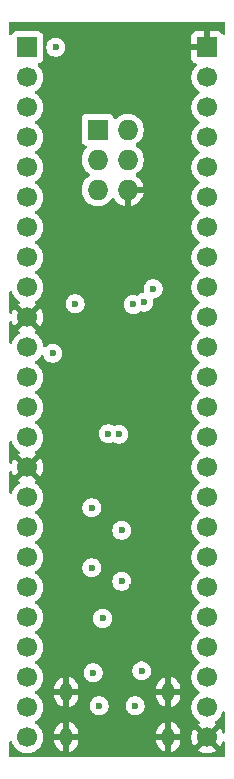
<source format=gbr>
%TF.GenerationSoftware,KiCad,Pcbnew,9.0.4*%
%TF.CreationDate,2025-09-22T14:36:08+02:00*%
%TF.ProjectId,ATmega4809A-breakout,41546d65-6761-4343-9830-39412d627265,rev?*%
%TF.SameCoordinates,Original*%
%TF.FileFunction,Copper,L3,Inr*%
%TF.FilePolarity,Positive*%
%FSLAX46Y46*%
G04 Gerber Fmt 4.6, Leading zero omitted, Abs format (unit mm)*
G04 Created by KiCad (PCBNEW 9.0.4) date 2025-09-22 14:36:08*
%MOMM*%
%LPD*%
G01*
G04 APERTURE LIST*
%TA.AperFunction,ComponentPad*%
%ADD10R,1.700000X1.700000*%
%TD*%
%TA.AperFunction,ComponentPad*%
%ADD11C,1.700000*%
%TD*%
%TA.AperFunction,ComponentPad*%
%ADD12R,1.727200X1.727200*%
%TD*%
%TA.AperFunction,ComponentPad*%
%ADD13O,1.727200X1.727200*%
%TD*%
%TA.AperFunction,ComponentPad*%
%ADD14O,1.000000X1.600000*%
%TD*%
%TA.AperFunction,ViaPad*%
%ADD15C,0.600000*%
%TD*%
G04 APERTURE END LIST*
D10*
%TO.N,GND*%
%TO.C,J3*%
X124460000Y-50800000D03*
D11*
%TO.N,/PC7*%
X124460000Y-53340000D03*
%TO.N,/PC6*%
X124460000Y-55880000D03*
%TO.N,/PC5*%
X124460000Y-58420000D03*
%TO.N,/PC4*%
X124460000Y-60960000D03*
%TO.N,/PC3*%
X124460000Y-63500000D03*
%TO.N,/PC2*%
X124460000Y-66040000D03*
%TO.N,/PC1*%
X124460000Y-68580000D03*
%TO.N,/PC0*%
X124460000Y-71120000D03*
%TO.N,/PB5*%
X124460000Y-73660000D03*
%TO.N,/PB4*%
X124460000Y-76200000D03*
%TO.N,/PB3*%
X124460000Y-78740000D03*
%TO.N,/PB2*%
X124460000Y-81280000D03*
%TO.N,/PB1*%
X124460000Y-83820000D03*
%TO.N,/PB0*%
X124460000Y-86360000D03*
%TO.N,/PA7*%
X124460000Y-88900000D03*
%TO.N,/PA6*%
X124460000Y-91440000D03*
%TO.N,/PA5*%
X124460000Y-93980000D03*
%TO.N,/PA4*%
X124460000Y-96520000D03*
%TO.N,/PA3*%
X124460000Y-99060000D03*
%TO.N,/PA2*%
X124460000Y-101600000D03*
%TO.N,/PA1*%
X124460000Y-104140000D03*
%TO.N,/PA0*%
X124460000Y-106680000D03*
%TO.N,GND*%
X124460000Y-109220000D03*
%TD*%
D12*
%TO.N,/UDPI*%
%TO.C,CONN1*%
X115189000Y-57785000D03*
D13*
%TO.N,+5V*%
X117729000Y-57785000D03*
%TO.N,unconnected-(CONN1-nc-Pad3)*%
X115189000Y-60325000D03*
%TO.N,unconnected-(CONN1-nc-Pad4)*%
X117729000Y-60325000D03*
%TO.N,unconnected-(CONN1-nc-Pad5)*%
X115189000Y-62865000D03*
%TO.N,GND*%
X117729000Y-62865000D03*
%TD*%
D10*
%TO.N,+5V*%
%TO.C,J2*%
X109220000Y-50800000D03*
D11*
%TO.N,/PD0*%
X109220000Y-53340000D03*
%TO.N,/PD1*%
X109220000Y-55880000D03*
%TO.N,/PD2*%
X109220000Y-58420000D03*
%TO.N,/PD3*%
X109220000Y-60960000D03*
%TO.N,/PD4*%
X109220000Y-63500000D03*
%TO.N,/PD5*%
X109220000Y-66040000D03*
%TO.N,/PD6*%
X109220000Y-68580000D03*
%TO.N,/PD7*%
X109220000Y-71120000D03*
%TO.N,GND*%
X109220000Y-73660000D03*
%TO.N,/PE0*%
X109220000Y-76200000D03*
%TO.N,/PE1*%
X109220000Y-78740000D03*
%TO.N,/PE2*%
X109220000Y-81280000D03*
%TO.N,/PE3*%
X109220000Y-83820000D03*
%TO.N,GND*%
X109220000Y-86360000D03*
%TO.N,/PF0*%
X109220000Y-88900000D03*
%TO.N,/PF1*%
X109220000Y-91440000D03*
%TO.N,/PF2*%
X109220000Y-93980000D03*
%TO.N,/PF3*%
X109220000Y-96520000D03*
%TO.N,/PF4*%
X109220000Y-99060000D03*
%TO.N,/PF5*%
X109220000Y-101600000D03*
%TO.N,/~{RST}_PF6*%
X109220000Y-104140000D03*
%TO.N,/UDPIR*%
X109220000Y-106680000D03*
%TO.N,+5V*%
X109220000Y-109220000D03*
%TD*%
D14*
%TO.N,GND*%
%TO.C,J1*%
X112520000Y-105372000D03*
X112520000Y-109172000D03*
X121160000Y-105372000D03*
X121160000Y-109172000D03*
%TD*%
D15*
%TO.N,GND*%
X112776000Y-100711000D03*
X119634000Y-100711000D03*
%TO.N,+5V*%
X111633000Y-50800000D03*
%TO.N,GND*%
X117094000Y-80899000D03*
X120777000Y-103505000D03*
X119253000Y-77949500D03*
X117348000Y-65024000D03*
X116586000Y-54229000D03*
X113665000Y-54229000D03*
X119634000Y-106553000D03*
X120744632Y-82364606D03*
X119253000Y-80391000D03*
X114046000Y-106553000D03*
X119126000Y-54229000D03*
X115443000Y-86614000D03*
X114427000Y-78486000D03*
X117983000Y-86614000D03*
X118999000Y-109220000D03*
X119253000Y-76200000D03*
X117221000Y-75438000D03*
X113284000Y-68580000D03*
X118110000Y-96520000D03*
X114173000Y-75311000D03*
X114300000Y-99314000D03*
X113030000Y-103251000D03*
X114427000Y-80391000D03*
X118618000Y-75057000D03*
X113919000Y-77089000D03*
X120396000Y-57658000D03*
X120904000Y-52197000D03*
X114808000Y-109347000D03*
X112649000Y-82296000D03*
X120142000Y-69469000D03*
X115570000Y-75438000D03*
X117348000Y-99187000D03*
X120523000Y-72644000D03*
%TO.N,+5V*%
X113284000Y-72517000D03*
X118903750Y-103600250D03*
X115316000Y-106553000D03*
X119888000Y-71247000D03*
X114808000Y-103759000D03*
X116967000Y-83566000D03*
X119102000Y-72390000D03*
X117221000Y-91694000D03*
X115596500Y-99160500D03*
X117221000Y-96012000D03*
X118364000Y-106553000D03*
%TO.N,/PC4*%
X118202089Y-72575000D03*
%TO.N,/UDPI*%
X116086140Y-83507413D03*
%TO.N,/UDPIR*%
X114682000Y-94868000D03*
%TO.N,Net-(U1-AVCC)*%
X114681000Y-89789000D03*
X111379000Y-76708000D03*
%TD*%
%TA.AperFunction,Conductor*%
%TO.N,GND*%
G36*
X125934539Y-48653185D02*
G01*
X125980294Y-48705989D01*
X125991500Y-48757500D01*
X125991500Y-49659120D01*
X125971815Y-49726159D01*
X125919011Y-49771914D01*
X125849853Y-49781858D01*
X125786297Y-49752833D01*
X125759711Y-49714545D01*
X125757604Y-49715696D01*
X125753350Y-49707906D01*
X125667190Y-49592812D01*
X125667187Y-49592809D01*
X125552093Y-49506649D01*
X125552086Y-49506645D01*
X125417379Y-49456403D01*
X125417372Y-49456401D01*
X125357844Y-49450000D01*
X124710000Y-49450000D01*
X124710000Y-50366988D01*
X124652993Y-50334075D01*
X124525826Y-50300000D01*
X124394174Y-50300000D01*
X124267007Y-50334075D01*
X124210000Y-50366988D01*
X124210000Y-49450000D01*
X123562155Y-49450000D01*
X123502627Y-49456401D01*
X123502620Y-49456403D01*
X123367913Y-49506645D01*
X123367906Y-49506649D01*
X123252812Y-49592809D01*
X123252809Y-49592812D01*
X123166649Y-49707906D01*
X123166645Y-49707913D01*
X123116403Y-49842620D01*
X123116401Y-49842627D01*
X123110000Y-49902155D01*
X123110000Y-50550000D01*
X124026988Y-50550000D01*
X123994075Y-50607007D01*
X123960000Y-50734174D01*
X123960000Y-50865826D01*
X123994075Y-50992993D01*
X124026988Y-51050000D01*
X123110000Y-51050000D01*
X123110000Y-51697844D01*
X123116401Y-51757372D01*
X123116403Y-51757379D01*
X123166645Y-51892086D01*
X123166649Y-51892093D01*
X123252809Y-52007187D01*
X123252812Y-52007190D01*
X123367906Y-52093350D01*
X123367913Y-52093354D01*
X123499470Y-52142422D01*
X123555404Y-52184293D01*
X123579821Y-52249758D01*
X123564969Y-52318031D01*
X123543819Y-52346285D01*
X123429889Y-52460215D01*
X123304951Y-52632179D01*
X123208444Y-52821585D01*
X123142753Y-53023760D01*
X123109500Y-53233713D01*
X123109500Y-53446287D01*
X123142754Y-53656243D01*
X123170430Y-53741422D01*
X123208444Y-53858414D01*
X123304951Y-54047820D01*
X123429890Y-54219786D01*
X123580213Y-54370109D01*
X123752182Y-54495050D01*
X123760946Y-54499516D01*
X123811742Y-54547491D01*
X123828536Y-54615312D01*
X123805998Y-54681447D01*
X123760946Y-54720484D01*
X123752182Y-54724949D01*
X123580213Y-54849890D01*
X123429890Y-55000213D01*
X123304951Y-55172179D01*
X123208444Y-55361585D01*
X123142753Y-55563760D01*
X123109500Y-55773713D01*
X123109500Y-55986287D01*
X123142754Y-56196243D01*
X123170430Y-56281422D01*
X123208444Y-56398414D01*
X123304951Y-56587820D01*
X123429890Y-56759786D01*
X123580213Y-56910109D01*
X123752182Y-57035050D01*
X123760946Y-57039516D01*
X123811742Y-57087491D01*
X123828536Y-57155312D01*
X123805998Y-57221447D01*
X123760946Y-57260484D01*
X123752182Y-57264949D01*
X123580213Y-57389890D01*
X123429890Y-57540213D01*
X123304951Y-57712179D01*
X123208444Y-57901585D01*
X123142753Y-58103760D01*
X123109500Y-58313713D01*
X123109500Y-58526286D01*
X123141634Y-58729176D01*
X123142754Y-58736243D01*
X123193015Y-58890931D01*
X123208444Y-58938414D01*
X123304951Y-59127820D01*
X123429890Y-59299786D01*
X123580213Y-59450109D01*
X123752182Y-59575050D01*
X123760946Y-59579516D01*
X123811742Y-59627491D01*
X123828536Y-59695312D01*
X123805998Y-59761447D01*
X123760946Y-59800484D01*
X123752182Y-59804949D01*
X123580213Y-59929890D01*
X123429890Y-60080213D01*
X123304951Y-60252179D01*
X123208444Y-60441585D01*
X123142753Y-60643760D01*
X123109500Y-60853713D01*
X123109500Y-61066286D01*
X123132840Y-61213653D01*
X123142754Y-61276243D01*
X123170430Y-61361422D01*
X123208444Y-61478414D01*
X123304951Y-61667820D01*
X123429890Y-61839786D01*
X123580213Y-61990109D01*
X123752182Y-62115050D01*
X123760946Y-62119516D01*
X123811742Y-62167491D01*
X123828536Y-62235312D01*
X123805998Y-62301447D01*
X123760946Y-62340484D01*
X123752182Y-62344949D01*
X123580213Y-62469890D01*
X123429890Y-62620213D01*
X123304951Y-62792179D01*
X123208444Y-62981585D01*
X123142753Y-63183760D01*
X123109500Y-63393713D01*
X123109500Y-63606286D01*
X123132840Y-63753653D01*
X123142754Y-63816243D01*
X123171623Y-63905093D01*
X123208444Y-64018414D01*
X123304951Y-64207820D01*
X123429890Y-64379786D01*
X123580213Y-64530109D01*
X123752182Y-64655050D01*
X123760946Y-64659516D01*
X123811742Y-64707491D01*
X123828536Y-64775312D01*
X123805998Y-64841447D01*
X123760946Y-64880484D01*
X123752182Y-64884949D01*
X123580213Y-65009890D01*
X123429890Y-65160213D01*
X123304951Y-65332179D01*
X123208444Y-65521585D01*
X123142753Y-65723760D01*
X123109500Y-65933713D01*
X123109500Y-66146287D01*
X123142754Y-66356243D01*
X123170430Y-66441422D01*
X123208444Y-66558414D01*
X123304951Y-66747820D01*
X123429890Y-66919786D01*
X123580213Y-67070109D01*
X123752182Y-67195050D01*
X123760946Y-67199516D01*
X123811742Y-67247491D01*
X123828536Y-67315312D01*
X123805998Y-67381447D01*
X123760946Y-67420484D01*
X123752182Y-67424949D01*
X123580213Y-67549890D01*
X123429890Y-67700213D01*
X123304951Y-67872179D01*
X123208444Y-68061585D01*
X123142753Y-68263760D01*
X123109500Y-68473713D01*
X123109500Y-68686287D01*
X123142754Y-68896243D01*
X123170430Y-68981422D01*
X123208444Y-69098414D01*
X123304951Y-69287820D01*
X123429890Y-69459786D01*
X123580213Y-69610109D01*
X123752182Y-69735050D01*
X123760946Y-69739516D01*
X123811742Y-69787491D01*
X123828536Y-69855312D01*
X123805998Y-69921447D01*
X123760946Y-69960484D01*
X123752182Y-69964949D01*
X123580213Y-70089890D01*
X123429890Y-70240213D01*
X123304951Y-70412179D01*
X123208444Y-70601585D01*
X123142753Y-70803760D01*
X123132608Y-70867814D01*
X123109500Y-71013713D01*
X123109500Y-71226287D01*
X123142754Y-71436243D01*
X123204470Y-71626185D01*
X123208444Y-71638414D01*
X123304951Y-71827820D01*
X123429890Y-71999786D01*
X123580213Y-72150109D01*
X123752182Y-72275050D01*
X123760946Y-72279516D01*
X123811742Y-72327491D01*
X123828536Y-72395312D01*
X123805998Y-72461447D01*
X123760946Y-72500484D01*
X123752182Y-72504949D01*
X123580213Y-72629890D01*
X123429890Y-72780213D01*
X123304951Y-72952179D01*
X123208444Y-73141585D01*
X123142753Y-73343760D01*
X123109500Y-73553713D01*
X123109500Y-73766286D01*
X123142735Y-73976127D01*
X123142754Y-73976243D01*
X123170430Y-74061422D01*
X123208444Y-74178414D01*
X123304951Y-74367820D01*
X123429890Y-74539786D01*
X123580213Y-74690109D01*
X123752182Y-74815050D01*
X123760946Y-74819516D01*
X123811742Y-74867491D01*
X123828536Y-74935312D01*
X123805998Y-75001447D01*
X123760946Y-75040484D01*
X123752182Y-75044949D01*
X123580213Y-75169890D01*
X123429890Y-75320213D01*
X123304951Y-75492179D01*
X123208444Y-75681585D01*
X123142753Y-75883760D01*
X123124563Y-75998609D01*
X123109500Y-76093713D01*
X123109500Y-76306287D01*
X123142754Y-76516243D01*
X123179442Y-76629158D01*
X123208444Y-76718414D01*
X123304951Y-76907820D01*
X123429890Y-77079786D01*
X123580213Y-77230109D01*
X123752182Y-77355050D01*
X123760946Y-77359516D01*
X123811742Y-77407491D01*
X123828536Y-77475312D01*
X123805998Y-77541447D01*
X123760946Y-77580484D01*
X123752182Y-77584949D01*
X123580213Y-77709890D01*
X123429890Y-77860213D01*
X123304951Y-78032179D01*
X123208444Y-78221585D01*
X123142753Y-78423760D01*
X123109500Y-78633713D01*
X123109500Y-78846287D01*
X123142754Y-79056243D01*
X123170430Y-79141422D01*
X123208444Y-79258414D01*
X123304951Y-79447820D01*
X123429890Y-79619786D01*
X123580213Y-79770109D01*
X123752182Y-79895050D01*
X123760946Y-79899516D01*
X123811742Y-79947491D01*
X123828536Y-80015312D01*
X123805998Y-80081447D01*
X123760946Y-80120484D01*
X123752182Y-80124949D01*
X123580213Y-80249890D01*
X123429890Y-80400213D01*
X123304951Y-80572179D01*
X123208444Y-80761585D01*
X123142753Y-80963760D01*
X123109500Y-81173713D01*
X123109500Y-81386287D01*
X123142754Y-81596243D01*
X123170430Y-81681422D01*
X123208444Y-81798414D01*
X123304951Y-81987820D01*
X123429890Y-82159786D01*
X123580213Y-82310109D01*
X123752182Y-82435050D01*
X123760946Y-82439516D01*
X123811742Y-82487491D01*
X123828536Y-82555312D01*
X123805998Y-82621447D01*
X123760946Y-82660484D01*
X123752182Y-82664949D01*
X123580213Y-82789890D01*
X123429890Y-82940213D01*
X123304951Y-83112179D01*
X123208444Y-83301585D01*
X123142753Y-83503760D01*
X123109500Y-83713713D01*
X123109500Y-83926286D01*
X123141638Y-84129202D01*
X123142754Y-84136243D01*
X123207574Y-84335738D01*
X123208444Y-84338414D01*
X123304951Y-84527820D01*
X123429890Y-84699786D01*
X123580213Y-84850109D01*
X123752182Y-84975050D01*
X123760946Y-84979516D01*
X123811742Y-85027491D01*
X123828536Y-85095312D01*
X123805998Y-85161447D01*
X123760946Y-85200484D01*
X123752182Y-85204949D01*
X123580213Y-85329890D01*
X123429890Y-85480213D01*
X123304951Y-85652179D01*
X123208444Y-85841585D01*
X123142753Y-86043760D01*
X123109500Y-86253713D01*
X123109500Y-86466286D01*
X123142735Y-86676127D01*
X123142754Y-86676243D01*
X123170430Y-86761422D01*
X123208444Y-86878414D01*
X123304951Y-87067820D01*
X123429890Y-87239786D01*
X123580213Y-87390109D01*
X123752182Y-87515050D01*
X123760946Y-87519516D01*
X123811742Y-87567491D01*
X123828536Y-87635312D01*
X123805998Y-87701447D01*
X123760946Y-87740484D01*
X123752182Y-87744949D01*
X123580213Y-87869890D01*
X123429890Y-88020213D01*
X123304951Y-88192179D01*
X123208444Y-88381585D01*
X123142753Y-88583760D01*
X123109500Y-88793713D01*
X123109500Y-89006287D01*
X123142754Y-89216243D01*
X123205649Y-89409814D01*
X123208444Y-89418414D01*
X123304951Y-89607820D01*
X123429890Y-89779786D01*
X123580213Y-89930109D01*
X123752182Y-90055050D01*
X123760946Y-90059516D01*
X123811742Y-90107491D01*
X123828536Y-90175312D01*
X123805998Y-90241447D01*
X123760946Y-90280484D01*
X123752182Y-90284949D01*
X123580213Y-90409890D01*
X123429890Y-90560213D01*
X123304951Y-90732179D01*
X123208444Y-90921585D01*
X123208443Y-90921587D01*
X123208443Y-90921588D01*
X123207574Y-90924263D01*
X123142753Y-91123760D01*
X123133258Y-91183711D01*
X123109500Y-91333713D01*
X123109500Y-91546287D01*
X123142754Y-91756243D01*
X123198399Y-91927501D01*
X123208444Y-91958414D01*
X123304951Y-92147820D01*
X123429890Y-92319786D01*
X123580213Y-92470109D01*
X123752182Y-92595050D01*
X123760946Y-92599516D01*
X123811742Y-92647491D01*
X123828536Y-92715312D01*
X123805998Y-92781447D01*
X123760946Y-92820484D01*
X123752182Y-92824949D01*
X123580213Y-92949890D01*
X123429890Y-93100213D01*
X123304951Y-93272179D01*
X123208444Y-93461585D01*
X123142753Y-93663760D01*
X123109500Y-93873713D01*
X123109500Y-94086286D01*
X123134829Y-94246211D01*
X123142754Y-94296243D01*
X123205324Y-94488814D01*
X123208444Y-94498414D01*
X123304951Y-94687820D01*
X123429890Y-94859786D01*
X123580213Y-95010109D01*
X123752182Y-95135050D01*
X123760946Y-95139516D01*
X123811742Y-95187491D01*
X123828536Y-95255312D01*
X123805998Y-95321447D01*
X123760946Y-95360484D01*
X123752182Y-95364949D01*
X123580213Y-95489890D01*
X123429890Y-95640213D01*
X123304951Y-95812179D01*
X123208444Y-96001585D01*
X123142753Y-96203760D01*
X123109500Y-96413713D01*
X123109500Y-96626286D01*
X123134120Y-96781735D01*
X123142754Y-96836243D01*
X123170430Y-96921422D01*
X123208444Y-97038414D01*
X123304951Y-97227820D01*
X123429890Y-97399786D01*
X123580213Y-97550109D01*
X123752182Y-97675050D01*
X123760946Y-97679516D01*
X123811742Y-97727491D01*
X123828536Y-97795312D01*
X123805998Y-97861447D01*
X123760946Y-97900484D01*
X123752182Y-97904949D01*
X123580213Y-98029890D01*
X123429890Y-98180213D01*
X123304951Y-98352179D01*
X123208444Y-98541585D01*
X123142753Y-98743760D01*
X123136804Y-98781321D01*
X123109500Y-98953713D01*
X123109500Y-99166287D01*
X123142754Y-99376243D01*
X123170430Y-99461422D01*
X123208444Y-99578414D01*
X123304951Y-99767820D01*
X123429890Y-99939786D01*
X123580213Y-100090109D01*
X123752182Y-100215050D01*
X123760946Y-100219516D01*
X123811742Y-100267491D01*
X123828536Y-100335312D01*
X123805998Y-100401447D01*
X123760946Y-100440484D01*
X123752182Y-100444949D01*
X123580213Y-100569890D01*
X123429890Y-100720213D01*
X123304951Y-100892179D01*
X123208444Y-101081585D01*
X123142753Y-101283760D01*
X123109500Y-101493713D01*
X123109500Y-101706287D01*
X123142754Y-101916243D01*
X123170430Y-102001422D01*
X123208444Y-102118414D01*
X123304951Y-102307820D01*
X123429890Y-102479786D01*
X123580213Y-102630109D01*
X123752182Y-102755050D01*
X123760946Y-102759516D01*
X123811742Y-102807491D01*
X123828536Y-102875312D01*
X123805998Y-102941447D01*
X123760946Y-102980484D01*
X123752182Y-102984949D01*
X123580213Y-103109890D01*
X123429890Y-103260213D01*
X123304951Y-103432179D01*
X123208444Y-103621585D01*
X123142753Y-103823760D01*
X123109500Y-104033713D01*
X123109500Y-104246286D01*
X123133964Y-104400750D01*
X123142754Y-104456243D01*
X123188920Y-104598328D01*
X123208444Y-104658414D01*
X123304951Y-104847820D01*
X123429890Y-105019786D01*
X123580213Y-105170109D01*
X123752182Y-105295050D01*
X123760946Y-105299516D01*
X123811742Y-105347491D01*
X123828536Y-105415312D01*
X123805998Y-105481447D01*
X123760946Y-105520484D01*
X123752182Y-105524949D01*
X123580213Y-105649890D01*
X123429890Y-105800213D01*
X123304951Y-105972179D01*
X123208444Y-106161585D01*
X123142756Y-106363751D01*
X123142753Y-106363759D01*
X123125268Y-106474158D01*
X123109500Y-106573713D01*
X123109500Y-106786287D01*
X123142754Y-106996243D01*
X123200767Y-107174789D01*
X123208444Y-107198414D01*
X123304951Y-107387820D01*
X123429890Y-107559786D01*
X123580213Y-107710109D01*
X123752179Y-107835048D01*
X123752181Y-107835049D01*
X123752184Y-107835051D01*
X123761493Y-107839794D01*
X123812290Y-107887766D01*
X123829087Y-107955587D01*
X123806552Y-108021722D01*
X123761505Y-108060760D01*
X123752446Y-108065376D01*
X123752440Y-108065380D01*
X123698282Y-108104727D01*
X123698282Y-108104728D01*
X124330591Y-108737037D01*
X124267007Y-108754075D01*
X124152993Y-108819901D01*
X124059901Y-108912993D01*
X123994075Y-109027007D01*
X123977037Y-109090591D01*
X123344728Y-108458282D01*
X123344727Y-108458282D01*
X123305380Y-108512439D01*
X123208904Y-108701782D01*
X123143242Y-108903869D01*
X123143242Y-108903872D01*
X123110000Y-109113753D01*
X123110000Y-109326246D01*
X123143242Y-109536127D01*
X123143242Y-109536130D01*
X123208904Y-109738217D01*
X123305375Y-109927550D01*
X123344728Y-109981716D01*
X123977037Y-109349408D01*
X123994075Y-109412993D01*
X124059901Y-109527007D01*
X124152993Y-109620099D01*
X124267007Y-109685925D01*
X124330590Y-109702962D01*
X123698282Y-110335269D01*
X123698282Y-110335270D01*
X123752449Y-110374624D01*
X123941782Y-110471095D01*
X124143870Y-110536757D01*
X124353754Y-110570000D01*
X124566246Y-110570000D01*
X124776127Y-110536757D01*
X124776130Y-110536757D01*
X124978217Y-110471095D01*
X125167554Y-110374622D01*
X125221716Y-110335270D01*
X125221717Y-110335270D01*
X124589408Y-109702962D01*
X124652993Y-109685925D01*
X124767007Y-109620099D01*
X124860099Y-109527007D01*
X124925925Y-109412993D01*
X124942962Y-109349409D01*
X125575270Y-109981717D01*
X125575270Y-109981716D01*
X125614622Y-109927554D01*
X125711095Y-109738217D01*
X125749569Y-109619807D01*
X125789006Y-109562132D01*
X125853365Y-109534933D01*
X125922211Y-109546847D01*
X125973687Y-109594091D01*
X125991500Y-109658125D01*
X125991500Y-110754500D01*
X125971815Y-110821539D01*
X125919011Y-110867294D01*
X125867500Y-110878500D01*
X107812500Y-110878500D01*
X107745461Y-110858815D01*
X107699706Y-110806011D01*
X107688500Y-110754500D01*
X107688500Y-109659740D01*
X107708185Y-109592701D01*
X107760989Y-109546946D01*
X107830147Y-109537002D01*
X107893703Y-109566027D01*
X107930429Y-109621420D01*
X107942881Y-109659740D01*
X107968444Y-109738414D01*
X108064951Y-109927820D01*
X108189890Y-110099786D01*
X108340213Y-110250109D01*
X108512179Y-110375048D01*
X108512181Y-110375049D01*
X108512184Y-110375051D01*
X108701588Y-110471557D01*
X108903757Y-110537246D01*
X109113713Y-110570500D01*
X109113714Y-110570500D01*
X109326286Y-110570500D01*
X109326287Y-110570500D01*
X109536243Y-110537246D01*
X109738412Y-110471557D01*
X109927816Y-110375051D01*
X109982572Y-110335269D01*
X110099786Y-110250109D01*
X110099788Y-110250106D01*
X110099792Y-110250104D01*
X110250104Y-110099792D01*
X110250106Y-110099788D01*
X110250109Y-110099786D01*
X110375048Y-109927820D01*
X110375047Y-109927820D01*
X110375051Y-109927816D01*
X110471557Y-109738412D01*
X110537246Y-109536243D01*
X110570500Y-109326287D01*
X110570500Y-109113713D01*
X110537246Y-108903757D01*
X110494924Y-108773504D01*
X111520000Y-108773504D01*
X111520000Y-108922000D01*
X112220000Y-108922000D01*
X112220000Y-109422000D01*
X111520000Y-109422000D01*
X111520000Y-109570495D01*
X111558427Y-109763681D01*
X111558430Y-109763693D01*
X111633807Y-109945671D01*
X111633814Y-109945684D01*
X111743248Y-110109462D01*
X111743251Y-110109466D01*
X111882533Y-110248748D01*
X111882537Y-110248751D01*
X112046315Y-110358185D01*
X112046328Y-110358192D01*
X112228308Y-110433569D01*
X112270000Y-110441862D01*
X112270000Y-109638988D01*
X112279940Y-109656205D01*
X112335795Y-109712060D01*
X112404204Y-109751556D01*
X112480504Y-109772000D01*
X112559496Y-109772000D01*
X112635796Y-109751556D01*
X112704205Y-109712060D01*
X112760060Y-109656205D01*
X112770000Y-109638988D01*
X112770000Y-110441862D01*
X112811690Y-110433569D01*
X112811692Y-110433569D01*
X112993671Y-110358192D01*
X112993684Y-110358185D01*
X113157462Y-110248751D01*
X113157466Y-110248748D01*
X113296748Y-110109466D01*
X113296751Y-110109462D01*
X113406185Y-109945684D01*
X113406192Y-109945671D01*
X113481569Y-109763693D01*
X113481572Y-109763681D01*
X113519999Y-109570495D01*
X113520000Y-109570492D01*
X113520000Y-109422000D01*
X112820000Y-109422000D01*
X112820000Y-108922000D01*
X113520000Y-108922000D01*
X113520000Y-108773508D01*
X113519999Y-108773504D01*
X120160000Y-108773504D01*
X120160000Y-108922000D01*
X120860000Y-108922000D01*
X120860000Y-109422000D01*
X120160000Y-109422000D01*
X120160000Y-109570495D01*
X120198427Y-109763681D01*
X120198430Y-109763693D01*
X120273807Y-109945671D01*
X120273814Y-109945684D01*
X120383248Y-110109462D01*
X120383251Y-110109466D01*
X120522533Y-110248748D01*
X120522537Y-110248751D01*
X120686315Y-110358185D01*
X120686328Y-110358192D01*
X120868308Y-110433569D01*
X120910000Y-110441862D01*
X120910000Y-109638988D01*
X120919940Y-109656205D01*
X120975795Y-109712060D01*
X121044204Y-109751556D01*
X121120504Y-109772000D01*
X121199496Y-109772000D01*
X121275796Y-109751556D01*
X121344205Y-109712060D01*
X121400060Y-109656205D01*
X121410000Y-109638988D01*
X121410000Y-110441862D01*
X121451690Y-110433569D01*
X121451692Y-110433569D01*
X121633671Y-110358192D01*
X121633684Y-110358185D01*
X121797462Y-110248751D01*
X121797466Y-110248748D01*
X121845885Y-110200330D01*
X121936748Y-110109466D01*
X121936751Y-110109462D01*
X122046185Y-109945684D01*
X122046192Y-109945671D01*
X122121569Y-109763693D01*
X122121572Y-109763681D01*
X122159999Y-109570495D01*
X122160000Y-109570492D01*
X122160000Y-109422000D01*
X121460000Y-109422000D01*
X121460000Y-108922000D01*
X122160000Y-108922000D01*
X122160000Y-108773508D01*
X122159999Y-108773504D01*
X122121572Y-108580318D01*
X122121569Y-108580306D01*
X122046192Y-108398328D01*
X122046185Y-108398315D01*
X121936751Y-108234537D01*
X121936748Y-108234533D01*
X121797466Y-108095251D01*
X121797462Y-108095248D01*
X121633684Y-107985814D01*
X121633671Y-107985807D01*
X121451691Y-107910429D01*
X121451683Y-107910427D01*
X121410000Y-107902135D01*
X121410000Y-108705011D01*
X121400060Y-108687795D01*
X121344205Y-108631940D01*
X121275796Y-108592444D01*
X121199496Y-108572000D01*
X121120504Y-108572000D01*
X121044204Y-108592444D01*
X120975795Y-108631940D01*
X120919940Y-108687795D01*
X120910000Y-108705011D01*
X120910000Y-107902136D01*
X120909999Y-107902135D01*
X120868316Y-107910427D01*
X120868308Y-107910429D01*
X120686328Y-107985807D01*
X120686315Y-107985814D01*
X120522537Y-108095248D01*
X120522533Y-108095251D01*
X120383251Y-108234533D01*
X120383248Y-108234537D01*
X120273814Y-108398315D01*
X120273807Y-108398328D01*
X120198430Y-108580306D01*
X120198427Y-108580318D01*
X120160000Y-108773504D01*
X113519999Y-108773504D01*
X113481572Y-108580318D01*
X113481569Y-108580306D01*
X113406192Y-108398328D01*
X113406185Y-108398315D01*
X113296751Y-108234537D01*
X113296748Y-108234533D01*
X113157466Y-108095251D01*
X113157462Y-108095248D01*
X112993684Y-107985814D01*
X112993671Y-107985807D01*
X112811691Y-107910429D01*
X112811683Y-107910427D01*
X112770000Y-107902135D01*
X112770000Y-108705011D01*
X112760060Y-108687795D01*
X112704205Y-108631940D01*
X112635796Y-108592444D01*
X112559496Y-108572000D01*
X112480504Y-108572000D01*
X112404204Y-108592444D01*
X112335795Y-108631940D01*
X112279940Y-108687795D01*
X112270000Y-108705011D01*
X112270000Y-107902136D01*
X112269999Y-107902135D01*
X112228316Y-107910427D01*
X112228308Y-107910429D01*
X112046328Y-107985807D01*
X112046315Y-107985814D01*
X111882537Y-108095248D01*
X111882533Y-108095251D01*
X111743251Y-108234533D01*
X111743248Y-108234537D01*
X111633814Y-108398315D01*
X111633807Y-108398328D01*
X111558430Y-108580306D01*
X111558427Y-108580318D01*
X111520000Y-108773504D01*
X110494924Y-108773504D01*
X110471557Y-108701588D01*
X110375051Y-108512184D01*
X110375049Y-108512181D01*
X110375048Y-108512179D01*
X110250109Y-108340213D01*
X110099786Y-108189890D01*
X109927820Y-108064951D01*
X109919600Y-108060763D01*
X109919054Y-108060485D01*
X109868259Y-108012512D01*
X109851463Y-107944692D01*
X109873999Y-107878556D01*
X109919054Y-107839515D01*
X109927816Y-107835051D01*
X109949789Y-107819086D01*
X110099786Y-107710109D01*
X110099788Y-107710106D01*
X110099792Y-107710104D01*
X110250104Y-107559792D01*
X110250106Y-107559788D01*
X110250109Y-107559786D01*
X110375048Y-107387820D01*
X110375047Y-107387820D01*
X110375051Y-107387816D01*
X110471557Y-107198412D01*
X110537246Y-106996243D01*
X110570500Y-106786287D01*
X110570500Y-106573713D01*
X110537246Y-106363757D01*
X110471557Y-106161588D01*
X110375051Y-105972184D01*
X110375049Y-105972181D01*
X110375048Y-105972179D01*
X110250109Y-105800213D01*
X110099786Y-105649890D01*
X109927820Y-105524951D01*
X109927115Y-105524591D01*
X109919054Y-105520485D01*
X109868259Y-105472512D01*
X109851463Y-105404692D01*
X109873999Y-105338556D01*
X109919054Y-105299515D01*
X109927816Y-105295051D01*
X109949789Y-105279086D01*
X110099786Y-105170109D01*
X110099788Y-105170106D01*
X110099792Y-105170104D01*
X110250104Y-105019792D01*
X110283734Y-104973504D01*
X111520000Y-104973504D01*
X111520000Y-105122000D01*
X112220000Y-105122000D01*
X112220000Y-105622000D01*
X111520000Y-105622000D01*
X111520000Y-105770495D01*
X111558427Y-105963681D01*
X111558430Y-105963693D01*
X111633807Y-106145671D01*
X111633814Y-106145684D01*
X111743248Y-106309462D01*
X111743251Y-106309466D01*
X111882533Y-106448748D01*
X111882537Y-106448751D01*
X112046315Y-106558185D01*
X112046328Y-106558192D01*
X112228308Y-106633569D01*
X112270000Y-106641862D01*
X112270000Y-105838988D01*
X112279940Y-105856205D01*
X112335795Y-105912060D01*
X112404204Y-105951556D01*
X112480504Y-105972000D01*
X112559496Y-105972000D01*
X112635796Y-105951556D01*
X112704205Y-105912060D01*
X112760060Y-105856205D01*
X112770000Y-105838988D01*
X112770000Y-106641862D01*
X112811690Y-106633569D01*
X112811692Y-106633569D01*
X112993671Y-106558192D01*
X112993684Y-106558185D01*
X113119446Y-106474153D01*
X114515500Y-106474153D01*
X114515500Y-106631846D01*
X114546261Y-106786489D01*
X114546264Y-106786501D01*
X114606602Y-106932172D01*
X114606609Y-106932185D01*
X114694210Y-107063288D01*
X114694213Y-107063292D01*
X114805707Y-107174786D01*
X114805711Y-107174789D01*
X114936814Y-107262390D01*
X114936827Y-107262397D01*
X115082498Y-107322735D01*
X115082503Y-107322737D01*
X115237153Y-107353499D01*
X115237156Y-107353500D01*
X115237158Y-107353500D01*
X115394844Y-107353500D01*
X115394845Y-107353499D01*
X115549497Y-107322737D01*
X115695179Y-107262394D01*
X115826289Y-107174789D01*
X115937789Y-107063289D01*
X116025394Y-106932179D01*
X116085737Y-106786497D01*
X116116500Y-106631842D01*
X116116500Y-106474158D01*
X116116500Y-106474155D01*
X116116499Y-106474153D01*
X117563500Y-106474153D01*
X117563500Y-106631846D01*
X117594261Y-106786489D01*
X117594264Y-106786501D01*
X117654602Y-106932172D01*
X117654609Y-106932185D01*
X117742210Y-107063288D01*
X117742213Y-107063292D01*
X117853707Y-107174786D01*
X117853711Y-107174789D01*
X117984814Y-107262390D01*
X117984827Y-107262397D01*
X118130498Y-107322735D01*
X118130503Y-107322737D01*
X118285153Y-107353499D01*
X118285156Y-107353500D01*
X118285158Y-107353500D01*
X118442844Y-107353500D01*
X118442845Y-107353499D01*
X118597497Y-107322737D01*
X118743179Y-107262394D01*
X118874289Y-107174789D01*
X118985789Y-107063289D01*
X119073394Y-106932179D01*
X119133737Y-106786497D01*
X119164500Y-106631842D01*
X119164500Y-106474158D01*
X119164500Y-106474155D01*
X119164499Y-106474153D01*
X119142540Y-106363759D01*
X119133737Y-106319503D01*
X119128682Y-106307298D01*
X119073397Y-106173827D01*
X119073390Y-106173814D01*
X118985789Y-106042711D01*
X118985786Y-106042707D01*
X118874292Y-105931213D01*
X118874288Y-105931210D01*
X118743185Y-105843609D01*
X118743172Y-105843602D01*
X118597501Y-105783264D01*
X118597489Y-105783261D01*
X118442845Y-105752500D01*
X118442842Y-105752500D01*
X118285158Y-105752500D01*
X118285155Y-105752500D01*
X118130510Y-105783261D01*
X118130498Y-105783264D01*
X117984827Y-105843602D01*
X117984814Y-105843609D01*
X117853711Y-105931210D01*
X117853707Y-105931213D01*
X117742213Y-106042707D01*
X117742210Y-106042711D01*
X117654609Y-106173814D01*
X117654602Y-106173827D01*
X117594264Y-106319498D01*
X117594261Y-106319510D01*
X117563500Y-106474153D01*
X116116499Y-106474153D01*
X116094540Y-106363759D01*
X116085737Y-106319503D01*
X116080682Y-106307298D01*
X116025397Y-106173827D01*
X116025390Y-106173814D01*
X115937789Y-106042711D01*
X115937786Y-106042707D01*
X115826292Y-105931213D01*
X115826288Y-105931210D01*
X115695185Y-105843609D01*
X115695172Y-105843602D01*
X115549501Y-105783264D01*
X115549489Y-105783261D01*
X115394845Y-105752500D01*
X115394842Y-105752500D01*
X115237158Y-105752500D01*
X115237155Y-105752500D01*
X115082510Y-105783261D01*
X115082498Y-105783264D01*
X114936827Y-105843602D01*
X114936814Y-105843609D01*
X114805711Y-105931210D01*
X114805707Y-105931213D01*
X114694213Y-106042707D01*
X114694210Y-106042711D01*
X114606609Y-106173814D01*
X114606602Y-106173827D01*
X114546264Y-106319498D01*
X114546261Y-106319510D01*
X114515500Y-106474153D01*
X113119446Y-106474153D01*
X113157462Y-106448751D01*
X113157466Y-106448748D01*
X113225830Y-106380385D01*
X113296748Y-106309466D01*
X113296751Y-106309462D01*
X113406185Y-106145684D01*
X113406192Y-106145671D01*
X113481569Y-105963693D01*
X113481572Y-105963681D01*
X113519999Y-105770495D01*
X113520000Y-105770492D01*
X113520000Y-105622000D01*
X112820000Y-105622000D01*
X112820000Y-105122000D01*
X113520000Y-105122000D01*
X113520000Y-104973508D01*
X113519999Y-104973504D01*
X120160000Y-104973504D01*
X120160000Y-105122000D01*
X120860000Y-105122000D01*
X120860000Y-105622000D01*
X120160000Y-105622000D01*
X120160000Y-105770495D01*
X120198427Y-105963681D01*
X120198430Y-105963693D01*
X120273807Y-106145671D01*
X120273814Y-106145684D01*
X120383248Y-106309462D01*
X120383251Y-106309466D01*
X120522533Y-106448748D01*
X120522537Y-106448751D01*
X120686315Y-106558185D01*
X120686328Y-106558192D01*
X120868308Y-106633569D01*
X120910000Y-106641862D01*
X120910000Y-105838988D01*
X120919940Y-105856205D01*
X120975795Y-105912060D01*
X121044204Y-105951556D01*
X121120504Y-105972000D01*
X121199496Y-105972000D01*
X121275796Y-105951556D01*
X121344205Y-105912060D01*
X121400060Y-105856205D01*
X121410000Y-105838988D01*
X121410000Y-106641862D01*
X121451690Y-106633569D01*
X121451692Y-106633569D01*
X121633671Y-106558192D01*
X121633684Y-106558185D01*
X121797462Y-106448751D01*
X121797466Y-106448748D01*
X121936748Y-106309466D01*
X121936751Y-106309462D01*
X122046185Y-106145684D01*
X122046192Y-106145671D01*
X122121569Y-105963693D01*
X122121572Y-105963681D01*
X122159999Y-105770495D01*
X122160000Y-105770492D01*
X122160000Y-105622000D01*
X121460000Y-105622000D01*
X121460000Y-105122000D01*
X122160000Y-105122000D01*
X122160000Y-104973508D01*
X122159999Y-104973504D01*
X122121572Y-104780318D01*
X122121569Y-104780306D01*
X122046192Y-104598328D01*
X122046185Y-104598315D01*
X121936751Y-104434537D01*
X121936748Y-104434533D01*
X121797466Y-104295251D01*
X121797462Y-104295248D01*
X121633684Y-104185814D01*
X121633671Y-104185807D01*
X121451691Y-104110429D01*
X121451683Y-104110427D01*
X121410000Y-104102135D01*
X121410000Y-104905011D01*
X121400060Y-104887795D01*
X121344205Y-104831940D01*
X121275796Y-104792444D01*
X121199496Y-104772000D01*
X121120504Y-104772000D01*
X121044204Y-104792444D01*
X120975795Y-104831940D01*
X120919940Y-104887795D01*
X120910000Y-104905011D01*
X120910000Y-104102136D01*
X120909999Y-104102135D01*
X120868316Y-104110427D01*
X120868308Y-104110429D01*
X120686328Y-104185807D01*
X120686315Y-104185814D01*
X120522537Y-104295248D01*
X120522533Y-104295251D01*
X120383251Y-104434533D01*
X120383248Y-104434537D01*
X120273814Y-104598315D01*
X120273807Y-104598328D01*
X120198430Y-104780306D01*
X120198427Y-104780318D01*
X120160000Y-104973504D01*
X113519999Y-104973504D01*
X113481572Y-104780318D01*
X113481569Y-104780306D01*
X113406192Y-104598328D01*
X113406185Y-104598315D01*
X113296751Y-104434537D01*
X113296748Y-104434533D01*
X113157466Y-104295251D01*
X113157462Y-104295248D01*
X112993684Y-104185814D01*
X112993671Y-104185807D01*
X112811691Y-104110429D01*
X112811683Y-104110427D01*
X112770000Y-104102135D01*
X112770000Y-104905011D01*
X112760060Y-104887795D01*
X112704205Y-104831940D01*
X112635796Y-104792444D01*
X112559496Y-104772000D01*
X112480504Y-104772000D01*
X112404204Y-104792444D01*
X112335795Y-104831940D01*
X112279940Y-104887795D01*
X112270000Y-104905011D01*
X112270000Y-104102136D01*
X112269999Y-104102135D01*
X112228316Y-104110427D01*
X112228308Y-104110429D01*
X112046328Y-104185807D01*
X112046315Y-104185814D01*
X111882537Y-104295248D01*
X111882533Y-104295251D01*
X111743251Y-104434533D01*
X111743248Y-104434537D01*
X111633814Y-104598315D01*
X111633807Y-104598328D01*
X111558430Y-104780306D01*
X111558427Y-104780318D01*
X111520000Y-104973504D01*
X110283734Y-104973504D01*
X110375051Y-104847816D01*
X110471557Y-104658412D01*
X110537246Y-104456243D01*
X110570500Y-104246287D01*
X110570500Y-104033713D01*
X110537246Y-103823757D01*
X110490586Y-103680153D01*
X114007500Y-103680153D01*
X114007500Y-103837846D01*
X114038261Y-103992489D01*
X114038264Y-103992501D01*
X114098602Y-104138172D01*
X114098609Y-104138185D01*
X114186210Y-104269288D01*
X114186213Y-104269292D01*
X114297707Y-104380786D01*
X114297711Y-104380789D01*
X114428814Y-104468390D01*
X114428827Y-104468397D01*
X114574498Y-104528735D01*
X114574503Y-104528737D01*
X114729153Y-104559499D01*
X114729156Y-104559500D01*
X114729158Y-104559500D01*
X114886844Y-104559500D01*
X114886845Y-104559499D01*
X115041497Y-104528737D01*
X115164227Y-104477901D01*
X115187172Y-104468397D01*
X115187172Y-104468396D01*
X115187179Y-104468394D01*
X115318289Y-104380789D01*
X115429789Y-104269289D01*
X115517394Y-104138179D01*
X115577737Y-103992497D01*
X115608500Y-103837842D01*
X115608500Y-103680158D01*
X115608500Y-103680155D01*
X115580523Y-103539508D01*
X115580523Y-103539507D01*
X115577738Y-103525510D01*
X115577737Y-103525503D01*
X115576039Y-103521403D01*
X118103250Y-103521403D01*
X118103250Y-103679096D01*
X118134011Y-103833739D01*
X118134014Y-103833751D01*
X118194352Y-103979422D01*
X118194359Y-103979435D01*
X118281960Y-104110538D01*
X118281963Y-104110542D01*
X118393457Y-104222036D01*
X118393461Y-104222039D01*
X118524564Y-104309640D01*
X118524577Y-104309647D01*
X118670248Y-104369985D01*
X118670253Y-104369987D01*
X118824903Y-104400749D01*
X118824906Y-104400750D01*
X118824908Y-104400750D01*
X118982594Y-104400750D01*
X118982595Y-104400749D01*
X119137247Y-104369987D01*
X119282929Y-104309644D01*
X119414039Y-104222039D01*
X119525539Y-104110539D01*
X119613144Y-103979429D01*
X119673487Y-103833747D01*
X119704250Y-103679092D01*
X119704250Y-103521408D01*
X119704250Y-103521405D01*
X119704249Y-103521403D01*
X119686501Y-103432179D01*
X119673487Y-103366753D01*
X119624593Y-103248711D01*
X119613147Y-103221077D01*
X119613140Y-103221064D01*
X119525539Y-103089961D01*
X119525536Y-103089957D01*
X119414042Y-102978463D01*
X119414038Y-102978460D01*
X119282935Y-102890859D01*
X119282922Y-102890852D01*
X119137251Y-102830514D01*
X119137239Y-102830511D01*
X118982595Y-102799750D01*
X118982592Y-102799750D01*
X118824908Y-102799750D01*
X118824905Y-102799750D01*
X118670260Y-102830511D01*
X118670248Y-102830514D01*
X118524577Y-102890852D01*
X118524564Y-102890859D01*
X118393461Y-102978460D01*
X118393457Y-102978463D01*
X118281963Y-103089957D01*
X118281960Y-103089961D01*
X118194359Y-103221064D01*
X118194352Y-103221077D01*
X118134014Y-103366748D01*
X118134011Y-103366760D01*
X118103250Y-103521403D01*
X115576039Y-103521403D01*
X115517397Y-103379827D01*
X115517390Y-103379814D01*
X115429789Y-103248711D01*
X115429786Y-103248707D01*
X115318292Y-103137213D01*
X115318288Y-103137210D01*
X115187185Y-103049609D01*
X115187172Y-103049602D01*
X115041501Y-102989264D01*
X115041489Y-102989261D01*
X114886845Y-102958500D01*
X114886842Y-102958500D01*
X114729158Y-102958500D01*
X114729155Y-102958500D01*
X114574510Y-102989261D01*
X114574498Y-102989264D01*
X114428827Y-103049602D01*
X114428814Y-103049609D01*
X114297711Y-103137210D01*
X114297707Y-103137213D01*
X114186213Y-103248707D01*
X114186210Y-103248711D01*
X114098609Y-103379814D01*
X114098602Y-103379827D01*
X114038264Y-103525498D01*
X114038261Y-103525510D01*
X114007500Y-103680153D01*
X110490586Y-103680153D01*
X110471557Y-103621588D01*
X110375051Y-103432184D01*
X110375049Y-103432181D01*
X110375048Y-103432179D01*
X110250109Y-103260213D01*
X110099786Y-103109890D01*
X109927820Y-102984951D01*
X109927115Y-102984591D01*
X109919054Y-102980485D01*
X109868259Y-102932512D01*
X109851463Y-102864692D01*
X109873999Y-102798556D01*
X109919054Y-102759515D01*
X109927816Y-102755051D01*
X109949789Y-102739086D01*
X110099786Y-102630109D01*
X110099788Y-102630106D01*
X110099792Y-102630104D01*
X110250104Y-102479792D01*
X110250106Y-102479788D01*
X110250109Y-102479786D01*
X110375048Y-102307820D01*
X110375047Y-102307820D01*
X110375051Y-102307816D01*
X110471557Y-102118412D01*
X110537246Y-101916243D01*
X110570500Y-101706287D01*
X110570500Y-101493713D01*
X110537246Y-101283757D01*
X110471557Y-101081588D01*
X110375051Y-100892184D01*
X110375049Y-100892181D01*
X110375048Y-100892179D01*
X110250109Y-100720213D01*
X110099786Y-100569890D01*
X109927820Y-100444951D01*
X109927115Y-100444591D01*
X109919054Y-100440485D01*
X109868259Y-100392512D01*
X109851463Y-100324692D01*
X109873999Y-100258556D01*
X109919054Y-100219515D01*
X109927816Y-100215051D01*
X109949789Y-100199086D01*
X110099786Y-100090109D01*
X110099788Y-100090106D01*
X110099792Y-100090104D01*
X110250104Y-99939792D01*
X110250106Y-99939788D01*
X110250109Y-99939786D01*
X110375048Y-99767820D01*
X110375047Y-99767820D01*
X110375051Y-99767816D01*
X110471557Y-99578412D01*
X110537246Y-99376243D01*
X110570500Y-99166287D01*
X110570500Y-99081653D01*
X114796000Y-99081653D01*
X114796000Y-99239346D01*
X114826761Y-99393989D01*
X114826764Y-99394001D01*
X114887102Y-99539672D01*
X114887109Y-99539685D01*
X114974710Y-99670788D01*
X114974713Y-99670792D01*
X115086207Y-99782286D01*
X115086211Y-99782289D01*
X115217314Y-99869890D01*
X115217327Y-99869897D01*
X115362998Y-99930235D01*
X115363003Y-99930237D01*
X115517653Y-99960999D01*
X115517656Y-99961000D01*
X115517658Y-99961000D01*
X115675344Y-99961000D01*
X115675345Y-99960999D01*
X115829997Y-99930237D01*
X115975679Y-99869894D01*
X116106789Y-99782289D01*
X116218289Y-99670789D01*
X116305894Y-99539679D01*
X116366237Y-99393997D01*
X116397000Y-99239342D01*
X116397000Y-99081658D01*
X116397000Y-99081655D01*
X116396999Y-99081653D01*
X116366238Y-98927010D01*
X116366237Y-98927003D01*
X116366235Y-98926998D01*
X116305897Y-98781327D01*
X116305890Y-98781314D01*
X116218289Y-98650211D01*
X116218286Y-98650207D01*
X116106792Y-98538713D01*
X116106788Y-98538710D01*
X115975685Y-98451109D01*
X115975672Y-98451102D01*
X115830001Y-98390764D01*
X115829989Y-98390761D01*
X115675345Y-98360000D01*
X115675342Y-98360000D01*
X115517658Y-98360000D01*
X115517655Y-98360000D01*
X115363010Y-98390761D01*
X115362998Y-98390764D01*
X115217327Y-98451102D01*
X115217314Y-98451109D01*
X115086211Y-98538710D01*
X115086207Y-98538713D01*
X114974713Y-98650207D01*
X114974710Y-98650211D01*
X114887109Y-98781314D01*
X114887102Y-98781327D01*
X114826764Y-98926998D01*
X114826761Y-98927010D01*
X114796000Y-99081653D01*
X110570500Y-99081653D01*
X110570500Y-98953713D01*
X110537246Y-98743757D01*
X110471557Y-98541588D01*
X110375051Y-98352184D01*
X110375049Y-98352181D01*
X110375048Y-98352179D01*
X110250109Y-98180213D01*
X110099786Y-98029890D01*
X109927820Y-97904951D01*
X109927115Y-97904591D01*
X109919054Y-97900485D01*
X109868259Y-97852512D01*
X109851463Y-97784692D01*
X109873999Y-97718556D01*
X109919054Y-97679515D01*
X109927816Y-97675051D01*
X109949789Y-97659086D01*
X110099786Y-97550109D01*
X110099788Y-97550106D01*
X110099792Y-97550104D01*
X110250104Y-97399792D01*
X110250106Y-97399788D01*
X110250109Y-97399786D01*
X110375048Y-97227820D01*
X110375047Y-97227820D01*
X110375051Y-97227816D01*
X110471557Y-97038412D01*
X110537246Y-96836243D01*
X110570500Y-96626287D01*
X110570500Y-96413713D01*
X110537246Y-96203757D01*
X110471557Y-96001588D01*
X110436688Y-95933153D01*
X116420500Y-95933153D01*
X116420500Y-96090846D01*
X116451261Y-96245489D01*
X116451264Y-96245501D01*
X116511602Y-96391172D01*
X116511609Y-96391185D01*
X116599210Y-96522288D01*
X116599213Y-96522292D01*
X116710707Y-96633786D01*
X116710711Y-96633789D01*
X116841814Y-96721390D01*
X116841827Y-96721397D01*
X116987498Y-96781735D01*
X116987503Y-96781737D01*
X117142153Y-96812499D01*
X117142156Y-96812500D01*
X117142158Y-96812500D01*
X117299844Y-96812500D01*
X117299845Y-96812499D01*
X117454497Y-96781737D01*
X117600179Y-96721394D01*
X117731289Y-96633789D01*
X117842789Y-96522289D01*
X117930394Y-96391179D01*
X117990737Y-96245497D01*
X118021500Y-96090842D01*
X118021500Y-95933158D01*
X118021500Y-95933155D01*
X118021499Y-95933153D01*
X117990737Y-95778503D01*
X117945173Y-95668500D01*
X117930397Y-95632827D01*
X117930390Y-95632814D01*
X117842789Y-95501711D01*
X117842786Y-95501707D01*
X117731292Y-95390213D01*
X117731288Y-95390210D01*
X117600185Y-95302609D01*
X117600172Y-95302602D01*
X117454501Y-95242264D01*
X117454489Y-95242261D01*
X117299845Y-95211500D01*
X117299842Y-95211500D01*
X117142158Y-95211500D01*
X117142155Y-95211500D01*
X116987510Y-95242261D01*
X116987498Y-95242264D01*
X116841827Y-95302602D01*
X116841814Y-95302609D01*
X116710711Y-95390210D01*
X116710707Y-95390213D01*
X116599213Y-95501707D01*
X116599210Y-95501711D01*
X116511609Y-95632814D01*
X116511602Y-95632827D01*
X116451264Y-95778498D01*
X116451261Y-95778510D01*
X116420500Y-95933153D01*
X110436688Y-95933153D01*
X110375051Y-95812184D01*
X110375049Y-95812181D01*
X110375048Y-95812179D01*
X110250109Y-95640213D01*
X110099786Y-95489890D01*
X109927820Y-95364951D01*
X109927115Y-95364591D01*
X109919054Y-95360485D01*
X109868259Y-95312512D01*
X109851463Y-95244692D01*
X109873999Y-95178556D01*
X109919054Y-95139515D01*
X109927816Y-95135051D01*
X109973994Y-95101501D01*
X110099786Y-95010109D01*
X110099788Y-95010106D01*
X110099792Y-95010104D01*
X110250104Y-94859792D01*
X110258620Y-94848070D01*
X110301426Y-94789153D01*
X113881500Y-94789153D01*
X113881500Y-94946846D01*
X113912261Y-95101489D01*
X113912264Y-95101501D01*
X113972602Y-95247172D01*
X113972609Y-95247185D01*
X114060210Y-95378288D01*
X114060213Y-95378292D01*
X114171707Y-95489786D01*
X114171711Y-95489789D01*
X114302814Y-95577390D01*
X114302827Y-95577397D01*
X114436649Y-95632827D01*
X114448503Y-95637737D01*
X114603153Y-95668499D01*
X114603156Y-95668500D01*
X114603158Y-95668500D01*
X114760844Y-95668500D01*
X114760845Y-95668499D01*
X114915497Y-95637737D01*
X115061179Y-95577394D01*
X115192289Y-95489789D01*
X115303789Y-95378289D01*
X115391394Y-95247179D01*
X115451737Y-95101497D01*
X115482500Y-94946842D01*
X115482500Y-94789158D01*
X115482500Y-94789155D01*
X115482499Y-94789153D01*
X115462342Y-94687818D01*
X115451737Y-94634503D01*
X115395367Y-94498412D01*
X115391397Y-94488827D01*
X115391390Y-94488814D01*
X115303789Y-94357711D01*
X115303786Y-94357707D01*
X115192292Y-94246213D01*
X115192288Y-94246210D01*
X115061185Y-94158609D01*
X115061172Y-94158602D01*
X114915501Y-94098264D01*
X114915489Y-94098261D01*
X114760845Y-94067500D01*
X114760842Y-94067500D01*
X114603158Y-94067500D01*
X114603155Y-94067500D01*
X114448510Y-94098261D01*
X114448498Y-94098264D01*
X114302827Y-94158602D01*
X114302814Y-94158609D01*
X114171711Y-94246210D01*
X114171707Y-94246213D01*
X114060213Y-94357707D01*
X114060210Y-94357711D01*
X113972609Y-94488814D01*
X113972602Y-94488827D01*
X113912264Y-94634498D01*
X113912261Y-94634510D01*
X113881500Y-94789153D01*
X110301426Y-94789153D01*
X110358803Y-94710181D01*
X110375048Y-94687820D01*
X110375051Y-94687816D01*
X110471557Y-94498412D01*
X110537246Y-94296243D01*
X110570500Y-94086287D01*
X110570500Y-93873713D01*
X110537246Y-93663757D01*
X110471557Y-93461588D01*
X110375051Y-93272184D01*
X110375049Y-93272181D01*
X110375048Y-93272179D01*
X110250109Y-93100213D01*
X110099786Y-92949890D01*
X109927820Y-92824951D01*
X109927115Y-92824591D01*
X109919054Y-92820485D01*
X109868259Y-92772512D01*
X109851463Y-92704692D01*
X109873999Y-92638556D01*
X109919054Y-92599515D01*
X109927816Y-92595051D01*
X110066214Y-92494500D01*
X110099786Y-92470109D01*
X110099788Y-92470106D01*
X110099792Y-92470104D01*
X110250104Y-92319792D01*
X110250106Y-92319788D01*
X110250109Y-92319786D01*
X110375048Y-92147820D01*
X110375047Y-92147820D01*
X110375051Y-92147816D01*
X110471557Y-91958412D01*
X110537246Y-91756243D01*
X110559593Y-91615153D01*
X116420500Y-91615153D01*
X116420500Y-91772846D01*
X116451261Y-91927489D01*
X116451264Y-91927501D01*
X116511602Y-92073172D01*
X116511609Y-92073185D01*
X116599210Y-92204288D01*
X116599213Y-92204292D01*
X116710707Y-92315786D01*
X116710711Y-92315789D01*
X116841814Y-92403390D01*
X116841827Y-92403397D01*
X116987498Y-92463735D01*
X116987503Y-92463737D01*
X117142153Y-92494499D01*
X117142156Y-92494500D01*
X117142158Y-92494500D01*
X117299844Y-92494500D01*
X117299845Y-92494499D01*
X117454497Y-92463737D01*
X117600179Y-92403394D01*
X117731289Y-92315789D01*
X117842789Y-92204289D01*
X117930394Y-92073179D01*
X117990737Y-91927497D01*
X118021500Y-91772842D01*
X118021500Y-91615158D01*
X118021500Y-91615155D01*
X118021499Y-91615153D01*
X118016430Y-91589668D01*
X117990737Y-91460503D01*
X117990735Y-91460498D01*
X117930397Y-91314827D01*
X117930390Y-91314814D01*
X117842789Y-91183711D01*
X117842786Y-91183707D01*
X117731292Y-91072213D01*
X117731288Y-91072210D01*
X117600185Y-90984609D01*
X117600172Y-90984602D01*
X117454501Y-90924264D01*
X117454489Y-90924261D01*
X117299845Y-90893500D01*
X117299842Y-90893500D01*
X117142158Y-90893500D01*
X117142155Y-90893500D01*
X116987510Y-90924261D01*
X116987498Y-90924264D01*
X116841827Y-90984602D01*
X116841814Y-90984609D01*
X116710711Y-91072210D01*
X116710707Y-91072213D01*
X116599213Y-91183707D01*
X116599210Y-91183711D01*
X116511609Y-91314814D01*
X116511602Y-91314827D01*
X116451264Y-91460498D01*
X116451261Y-91460510D01*
X116420500Y-91615153D01*
X110559593Y-91615153D01*
X110570500Y-91546287D01*
X110570500Y-91333713D01*
X110537246Y-91123757D01*
X110471557Y-90921588D01*
X110375051Y-90732184D01*
X110375049Y-90732181D01*
X110375048Y-90732179D01*
X110250109Y-90560213D01*
X110099786Y-90409890D01*
X109927820Y-90284951D01*
X109927115Y-90284591D01*
X109919054Y-90280485D01*
X109868259Y-90232512D01*
X109851463Y-90164692D01*
X109873999Y-90098556D01*
X109919054Y-90059515D01*
X109927816Y-90055051D01*
X109972634Y-90022489D01*
X110099786Y-89930109D01*
X110099788Y-89930106D01*
X110099792Y-89930104D01*
X110250104Y-89779792D01*
X110250106Y-89779788D01*
X110250109Y-89779786D01*
X110300700Y-89710153D01*
X113880500Y-89710153D01*
X113880500Y-89867846D01*
X113911261Y-90022489D01*
X113911264Y-90022501D01*
X113971602Y-90168172D01*
X113971609Y-90168185D01*
X114059210Y-90299288D01*
X114059213Y-90299292D01*
X114170707Y-90410786D01*
X114170711Y-90410789D01*
X114301814Y-90498390D01*
X114301827Y-90498397D01*
X114447498Y-90558735D01*
X114447503Y-90558737D01*
X114602153Y-90589499D01*
X114602156Y-90589500D01*
X114602158Y-90589500D01*
X114759844Y-90589500D01*
X114759845Y-90589499D01*
X114914497Y-90558737D01*
X115060179Y-90498394D01*
X115191289Y-90410789D01*
X115302789Y-90299289D01*
X115390394Y-90168179D01*
X115450737Y-90022497D01*
X115481500Y-89867842D01*
X115481500Y-89710158D01*
X115481500Y-89710155D01*
X115481499Y-89710153D01*
X115465790Y-89631181D01*
X115450737Y-89555503D01*
X115450735Y-89555498D01*
X115390397Y-89409827D01*
X115390390Y-89409814D01*
X115302789Y-89278711D01*
X115302786Y-89278707D01*
X115191292Y-89167213D01*
X115191288Y-89167210D01*
X115060185Y-89079609D01*
X115060172Y-89079602D01*
X114914501Y-89019264D01*
X114914489Y-89019261D01*
X114759845Y-88988500D01*
X114759842Y-88988500D01*
X114602158Y-88988500D01*
X114602155Y-88988500D01*
X114447510Y-89019261D01*
X114447498Y-89019264D01*
X114301827Y-89079602D01*
X114301814Y-89079609D01*
X114170711Y-89167210D01*
X114170707Y-89167213D01*
X114059213Y-89278707D01*
X114059210Y-89278711D01*
X113971609Y-89409814D01*
X113971602Y-89409827D01*
X113911264Y-89555498D01*
X113911261Y-89555510D01*
X113880500Y-89710153D01*
X110300700Y-89710153D01*
X110358076Y-89631181D01*
X110364864Y-89621836D01*
X110375051Y-89607816D01*
X110471557Y-89418412D01*
X110537246Y-89216243D01*
X110570500Y-89006287D01*
X110570500Y-88793713D01*
X110537246Y-88583757D01*
X110471557Y-88381588D01*
X110375051Y-88192184D01*
X110375049Y-88192181D01*
X110375048Y-88192179D01*
X110250109Y-88020213D01*
X110099786Y-87869890D01*
X109927817Y-87744949D01*
X109918504Y-87740204D01*
X109867707Y-87692230D01*
X109850912Y-87624409D01*
X109873449Y-87558274D01*
X109918507Y-87519232D01*
X109927555Y-87514622D01*
X109981716Y-87475270D01*
X109981717Y-87475270D01*
X109349408Y-86842962D01*
X109412993Y-86825925D01*
X109527007Y-86760099D01*
X109620099Y-86667007D01*
X109685925Y-86552993D01*
X109702962Y-86489409D01*
X110335270Y-87121717D01*
X110335270Y-87121716D01*
X110374622Y-87067554D01*
X110471095Y-86878217D01*
X110536757Y-86676130D01*
X110536757Y-86676127D01*
X110570000Y-86466246D01*
X110570000Y-86253753D01*
X110536757Y-86043872D01*
X110536757Y-86043869D01*
X110471095Y-85841782D01*
X110374624Y-85652449D01*
X110335270Y-85598282D01*
X110335269Y-85598282D01*
X109702962Y-86230590D01*
X109685925Y-86167007D01*
X109620099Y-86052993D01*
X109527007Y-85959901D01*
X109412993Y-85894075D01*
X109349409Y-85877037D01*
X109981716Y-85244728D01*
X109927547Y-85205373D01*
X109927547Y-85205372D01*
X109918500Y-85200763D01*
X109867706Y-85152788D01*
X109850912Y-85084966D01*
X109873451Y-85018832D01*
X109918508Y-84979793D01*
X109927816Y-84975051D01*
X110007007Y-84917515D01*
X110099786Y-84850109D01*
X110099788Y-84850106D01*
X110099792Y-84850104D01*
X110250104Y-84699792D01*
X110250106Y-84699788D01*
X110250109Y-84699786D01*
X110375048Y-84527820D01*
X110375047Y-84527820D01*
X110375051Y-84527816D01*
X110471557Y-84338412D01*
X110537246Y-84136243D01*
X110570500Y-83926287D01*
X110570500Y-83713713D01*
X110537246Y-83503757D01*
X110512815Y-83428566D01*
X115285640Y-83428566D01*
X115285640Y-83586259D01*
X115316401Y-83740902D01*
X115316404Y-83740914D01*
X115376742Y-83886585D01*
X115376749Y-83886598D01*
X115464350Y-84017701D01*
X115464353Y-84017705D01*
X115575847Y-84129199D01*
X115575851Y-84129202D01*
X115706954Y-84216803D01*
X115706967Y-84216810D01*
X115848408Y-84275396D01*
X115852643Y-84277150D01*
X116007293Y-84307912D01*
X116007296Y-84307913D01*
X116007298Y-84307913D01*
X116164984Y-84307913D01*
X116164985Y-84307912D01*
X116319637Y-84277150D01*
X116425581Y-84233266D01*
X116495048Y-84225798D01*
X116541922Y-84244725D01*
X116587821Y-84275394D01*
X116587826Y-84275396D01*
X116587825Y-84275396D01*
X116666327Y-84307912D01*
X116733503Y-84335737D01*
X116888153Y-84366499D01*
X116888156Y-84366500D01*
X116888158Y-84366500D01*
X117045844Y-84366500D01*
X117045845Y-84366499D01*
X117200497Y-84335737D01*
X117341942Y-84277149D01*
X117346172Y-84275397D01*
X117346172Y-84275396D01*
X117346179Y-84275394D01*
X117477289Y-84187789D01*
X117588789Y-84076289D01*
X117676394Y-83945179D01*
X117736737Y-83799497D01*
X117767500Y-83644842D01*
X117767500Y-83487158D01*
X117767500Y-83487155D01*
X117767499Y-83487153D01*
X117736738Y-83332510D01*
X117736737Y-83332503D01*
X117723932Y-83301588D01*
X117676397Y-83186827D01*
X117676390Y-83186814D01*
X117588789Y-83055711D01*
X117588786Y-83055707D01*
X117477292Y-82944213D01*
X117477288Y-82944210D01*
X117346185Y-82856609D01*
X117346172Y-82856602D01*
X117200501Y-82796264D01*
X117200489Y-82796261D01*
X117045845Y-82765500D01*
X117045842Y-82765500D01*
X116888158Y-82765500D01*
X116888155Y-82765500D01*
X116733510Y-82796261D01*
X116733507Y-82796262D01*
X116733506Y-82796262D01*
X116733503Y-82796263D01*
X116642398Y-82833999D01*
X116627559Y-82840146D01*
X116558089Y-82847614D01*
X116511216Y-82828686D01*
X116465325Y-82798022D01*
X116465312Y-82798015D01*
X116319641Y-82737677D01*
X116319629Y-82737674D01*
X116164985Y-82706913D01*
X116164982Y-82706913D01*
X116007298Y-82706913D01*
X116007295Y-82706913D01*
X115852650Y-82737674D01*
X115852638Y-82737677D01*
X115706967Y-82798015D01*
X115706954Y-82798022D01*
X115575851Y-82885623D01*
X115575847Y-82885626D01*
X115464353Y-82997120D01*
X115464350Y-82997124D01*
X115376749Y-83128227D01*
X115376742Y-83128240D01*
X115316404Y-83273911D01*
X115316401Y-83273923D01*
X115285640Y-83428566D01*
X110512815Y-83428566D01*
X110471557Y-83301588D01*
X110375051Y-83112184D01*
X110375049Y-83112181D01*
X110375048Y-83112179D01*
X110250109Y-82940213D01*
X110099786Y-82789890D01*
X109927820Y-82664951D01*
X109927115Y-82664591D01*
X109919054Y-82660485D01*
X109868259Y-82612512D01*
X109851463Y-82544692D01*
X109873999Y-82478556D01*
X109919054Y-82439515D01*
X109927816Y-82435051D01*
X109949789Y-82419086D01*
X110099786Y-82310109D01*
X110099788Y-82310106D01*
X110099792Y-82310104D01*
X110250104Y-82159792D01*
X110250106Y-82159788D01*
X110250109Y-82159786D01*
X110375048Y-81987820D01*
X110375047Y-81987820D01*
X110375051Y-81987816D01*
X110471557Y-81798412D01*
X110537246Y-81596243D01*
X110570500Y-81386287D01*
X110570500Y-81173713D01*
X110537246Y-80963757D01*
X110471557Y-80761588D01*
X110375051Y-80572184D01*
X110375049Y-80572181D01*
X110375048Y-80572179D01*
X110250109Y-80400213D01*
X110099786Y-80249890D01*
X109927820Y-80124951D01*
X109927115Y-80124591D01*
X109919054Y-80120485D01*
X109868259Y-80072512D01*
X109851463Y-80004692D01*
X109873999Y-79938556D01*
X109919054Y-79899515D01*
X109927816Y-79895051D01*
X109949789Y-79879086D01*
X110099786Y-79770109D01*
X110099788Y-79770106D01*
X110099792Y-79770104D01*
X110250104Y-79619792D01*
X110250106Y-79619788D01*
X110250109Y-79619786D01*
X110375048Y-79447820D01*
X110375047Y-79447820D01*
X110375051Y-79447816D01*
X110471557Y-79258412D01*
X110537246Y-79056243D01*
X110570500Y-78846287D01*
X110570500Y-78633713D01*
X110537246Y-78423757D01*
X110471557Y-78221588D01*
X110375051Y-78032184D01*
X110375049Y-78032181D01*
X110375048Y-78032179D01*
X110250109Y-77860213D01*
X110099786Y-77709890D01*
X109927820Y-77584951D01*
X109927115Y-77584591D01*
X109919054Y-77580485D01*
X109868259Y-77532512D01*
X109851463Y-77464692D01*
X109873999Y-77398556D01*
X109919054Y-77359515D01*
X109927816Y-77355051D01*
X109962591Y-77329786D01*
X110099786Y-77230109D01*
X110099788Y-77230106D01*
X110099792Y-77230104D01*
X110250104Y-77079792D01*
X110250106Y-77079788D01*
X110250109Y-77079786D01*
X110375048Y-76907820D01*
X110375047Y-76907820D01*
X110375051Y-76907816D01*
X110376337Y-76905291D01*
X110377081Y-76904503D01*
X110377596Y-76903664D01*
X110377772Y-76903771D01*
X110424304Y-76854491D01*
X110492123Y-76837688D01*
X110558261Y-76860218D01*
X110601719Y-76914928D01*
X110608444Y-76937379D01*
X110609263Y-76941497D01*
X110609264Y-76941501D01*
X110669602Y-77087172D01*
X110669609Y-77087185D01*
X110757210Y-77218288D01*
X110757213Y-77218292D01*
X110868707Y-77329786D01*
X110868711Y-77329789D01*
X110999814Y-77417390D01*
X110999827Y-77417397D01*
X111082298Y-77451557D01*
X111145503Y-77477737D01*
X111300153Y-77508499D01*
X111300156Y-77508500D01*
X111300158Y-77508500D01*
X111457844Y-77508500D01*
X111457845Y-77508499D01*
X111612497Y-77477737D01*
X111758179Y-77417394D01*
X111889289Y-77329789D01*
X112000789Y-77218289D01*
X112088394Y-77087179D01*
X112148737Y-76941497D01*
X112179500Y-76786842D01*
X112179500Y-76629158D01*
X112179500Y-76629155D01*
X112179499Y-76629153D01*
X112159470Y-76528463D01*
X112148737Y-76474503D01*
X112148735Y-76474498D01*
X112088397Y-76328827D01*
X112088390Y-76328814D01*
X112000789Y-76197711D01*
X112000786Y-76197707D01*
X111889292Y-76086213D01*
X111889288Y-76086210D01*
X111758185Y-75998609D01*
X111758172Y-75998602D01*
X111612501Y-75938264D01*
X111612489Y-75938261D01*
X111457845Y-75907500D01*
X111457842Y-75907500D01*
X111300158Y-75907500D01*
X111300155Y-75907500D01*
X111145510Y-75938261D01*
X111145498Y-75938264D01*
X110999827Y-75998602D01*
X110999814Y-75998609D01*
X110868711Y-76086210D01*
X110781904Y-76173017D01*
X110720580Y-76206501D01*
X110650889Y-76201517D01*
X110594955Y-76159645D01*
X110571876Y-76098427D01*
X110571262Y-76098525D01*
X110570790Y-76095545D01*
X110570604Y-76095052D01*
X110570500Y-76093736D01*
X110570500Y-76093713D01*
X110537246Y-75883757D01*
X110471557Y-75681588D01*
X110375051Y-75492184D01*
X110375049Y-75492181D01*
X110375048Y-75492179D01*
X110250109Y-75320213D01*
X110099786Y-75169890D01*
X109927817Y-75044949D01*
X109918504Y-75040204D01*
X109867707Y-74992230D01*
X109850912Y-74924409D01*
X109873449Y-74858274D01*
X109918507Y-74819232D01*
X109927555Y-74814622D01*
X109981716Y-74775270D01*
X109981717Y-74775270D01*
X109349408Y-74142962D01*
X109412993Y-74125925D01*
X109527007Y-74060099D01*
X109620099Y-73967007D01*
X109685925Y-73852993D01*
X109702962Y-73789409D01*
X110335270Y-74421717D01*
X110335270Y-74421716D01*
X110374622Y-74367554D01*
X110471095Y-74178217D01*
X110536757Y-73976130D01*
X110536757Y-73976127D01*
X110570000Y-73766246D01*
X110570000Y-73553753D01*
X110536757Y-73343872D01*
X110536757Y-73343869D01*
X110471095Y-73141782D01*
X110374624Y-72952449D01*
X110335270Y-72898282D01*
X110335269Y-72898282D01*
X109702962Y-73530590D01*
X109685925Y-73467007D01*
X109620099Y-73352993D01*
X109527007Y-73259901D01*
X109412993Y-73194075D01*
X109349409Y-73177037D01*
X109981716Y-72544728D01*
X109981716Y-72544727D01*
X109966793Y-72533885D01*
X109906118Y-72493522D01*
X109888092Y-72472042D01*
X109867706Y-72452788D01*
X109865936Y-72445642D01*
X109861203Y-72440002D01*
X109860967Y-72438153D01*
X112483500Y-72438153D01*
X112483500Y-72595846D01*
X112514261Y-72750489D01*
X112514264Y-72750501D01*
X112574602Y-72896172D01*
X112574609Y-72896185D01*
X112662210Y-73027288D01*
X112662213Y-73027292D01*
X112773707Y-73138786D01*
X112773711Y-73138789D01*
X112904814Y-73226390D01*
X112904827Y-73226397D01*
X113048499Y-73285907D01*
X113050503Y-73286737D01*
X113187422Y-73313972D01*
X113205153Y-73317499D01*
X113205156Y-73317500D01*
X113205158Y-73317500D01*
X113362844Y-73317500D01*
X113362845Y-73317499D01*
X113517497Y-73286737D01*
X113663179Y-73226394D01*
X113794289Y-73138789D01*
X113905789Y-73027289D01*
X113993394Y-72896179D01*
X114053737Y-72750497D01*
X114084500Y-72595842D01*
X114084500Y-72496153D01*
X117401589Y-72496153D01*
X117401589Y-72653846D01*
X117432350Y-72808489D01*
X117432353Y-72808501D01*
X117492691Y-72954172D01*
X117492698Y-72954185D01*
X117580299Y-73085288D01*
X117580302Y-73085292D01*
X117691796Y-73196786D01*
X117691800Y-73196789D01*
X117822903Y-73284390D01*
X117822916Y-73284397D01*
X117964391Y-73342997D01*
X117968592Y-73344737D01*
X118123242Y-73375499D01*
X118123245Y-73375500D01*
X118123247Y-73375500D01*
X118280933Y-73375500D01*
X118280934Y-73375499D01*
X118435586Y-73344737D01*
X118575609Y-73286738D01*
X118581261Y-73284397D01*
X118581261Y-73284396D01*
X118581268Y-73284394D01*
X118712378Y-73196789D01*
X118725718Y-73183447D01*
X118787037Y-73149964D01*
X118856729Y-73154946D01*
X118860849Y-73156567D01*
X118868498Y-73159735D01*
X118868503Y-73159737D01*
X119023153Y-73190499D01*
X119023156Y-73190500D01*
X119023158Y-73190500D01*
X119180844Y-73190500D01*
X119180845Y-73190499D01*
X119335497Y-73159737D01*
X119481179Y-73099394D01*
X119612289Y-73011789D01*
X119723789Y-72900289D01*
X119811394Y-72769179D01*
X119871737Y-72623497D01*
X119902500Y-72468842D01*
X119902500Y-72311158D01*
X119902500Y-72311155D01*
X119878691Y-72191464D01*
X119884918Y-72121872D01*
X119927781Y-72066695D01*
X119976117Y-72045655D01*
X120121497Y-72016737D01*
X120267179Y-71956394D01*
X120398289Y-71868789D01*
X120509789Y-71757289D01*
X120597394Y-71626179D01*
X120599845Y-71620263D01*
X120657735Y-71480501D01*
X120657737Y-71480497D01*
X120688500Y-71325842D01*
X120688500Y-71168158D01*
X120688500Y-71168155D01*
X120688499Y-71168153D01*
X120657737Y-71013503D01*
X120657735Y-71013498D01*
X120597397Y-70867827D01*
X120597390Y-70867814D01*
X120509789Y-70736711D01*
X120509786Y-70736707D01*
X120398292Y-70625213D01*
X120398288Y-70625210D01*
X120267185Y-70537609D01*
X120267172Y-70537602D01*
X120121501Y-70477264D01*
X120121489Y-70477261D01*
X119966845Y-70446500D01*
X119966842Y-70446500D01*
X119809158Y-70446500D01*
X119809155Y-70446500D01*
X119654510Y-70477261D01*
X119654498Y-70477264D01*
X119508827Y-70537602D01*
X119508814Y-70537609D01*
X119377711Y-70625210D01*
X119377707Y-70625213D01*
X119266213Y-70736707D01*
X119266210Y-70736711D01*
X119178609Y-70867814D01*
X119178602Y-70867827D01*
X119118264Y-71013498D01*
X119118261Y-71013510D01*
X119087500Y-71168153D01*
X119087500Y-71325846D01*
X119111308Y-71445536D01*
X119105081Y-71515127D01*
X119062218Y-71570305D01*
X119013883Y-71591344D01*
X118868508Y-71620261D01*
X118868498Y-71620264D01*
X118722827Y-71680602D01*
X118722814Y-71680609D01*
X118591714Y-71768208D01*
X118578367Y-71781555D01*
X118517043Y-71815038D01*
X118447351Y-71810052D01*
X118443270Y-71808445D01*
X118435586Y-71805263D01*
X118435584Y-71805262D01*
X118435583Y-71805262D01*
X118435577Y-71805260D01*
X118280934Y-71774500D01*
X118280931Y-71774500D01*
X118123247Y-71774500D01*
X118123244Y-71774500D01*
X117968599Y-71805261D01*
X117968587Y-71805264D01*
X117822916Y-71865602D01*
X117822903Y-71865609D01*
X117691800Y-71953210D01*
X117691796Y-71953213D01*
X117580302Y-72064707D01*
X117580299Y-72064711D01*
X117492698Y-72195814D01*
X117492691Y-72195827D01*
X117432353Y-72341498D01*
X117432350Y-72341510D01*
X117401589Y-72496153D01*
X114084500Y-72496153D01*
X114084500Y-72438158D01*
X114084500Y-72438155D01*
X114084499Y-72438153D01*
X114065273Y-72341498D01*
X114053737Y-72283503D01*
X114017421Y-72195827D01*
X113993397Y-72137827D01*
X113993390Y-72137814D01*
X113905789Y-72006711D01*
X113905786Y-72006707D01*
X113794292Y-71895213D01*
X113794288Y-71895210D01*
X113663185Y-71807609D01*
X113663172Y-71807602D01*
X113517501Y-71747264D01*
X113517489Y-71747261D01*
X113362845Y-71716500D01*
X113362842Y-71716500D01*
X113205158Y-71716500D01*
X113205155Y-71716500D01*
X113050510Y-71747261D01*
X113050498Y-71747264D01*
X112904827Y-71807602D01*
X112904814Y-71807609D01*
X112773711Y-71895210D01*
X112773707Y-71895213D01*
X112662213Y-72006707D01*
X112662210Y-72006711D01*
X112574609Y-72137814D01*
X112574602Y-72137827D01*
X112514264Y-72283498D01*
X112514261Y-72283510D01*
X112483500Y-72438153D01*
X109860967Y-72438153D01*
X109857650Y-72412180D01*
X109850912Y-72384966D01*
X109853286Y-72377998D01*
X109852354Y-72370695D01*
X109864404Y-72345375D01*
X109873451Y-72318832D01*
X109879555Y-72313543D01*
X109882381Y-72307606D01*
X109896571Y-72298800D01*
X109918508Y-72279793D01*
X109927816Y-72275051D01*
X110007007Y-72217515D01*
X110099786Y-72150109D01*
X110099788Y-72150106D01*
X110099792Y-72150104D01*
X110250104Y-71999792D01*
X110250106Y-71999788D01*
X110250109Y-71999786D01*
X110375048Y-71827820D01*
X110375047Y-71827820D01*
X110375051Y-71827816D01*
X110471557Y-71638412D01*
X110537246Y-71436243D01*
X110570500Y-71226287D01*
X110570500Y-71013713D01*
X110537246Y-70803757D01*
X110471557Y-70601588D01*
X110375051Y-70412184D01*
X110375049Y-70412181D01*
X110375048Y-70412179D01*
X110250109Y-70240213D01*
X110099786Y-70089890D01*
X109927820Y-69964951D01*
X109927115Y-69964591D01*
X109919054Y-69960485D01*
X109868259Y-69912512D01*
X109851463Y-69844692D01*
X109873999Y-69778556D01*
X109919054Y-69739515D01*
X109927816Y-69735051D01*
X109949789Y-69719086D01*
X110099786Y-69610109D01*
X110099788Y-69610106D01*
X110099792Y-69610104D01*
X110250104Y-69459792D01*
X110250106Y-69459788D01*
X110250109Y-69459786D01*
X110375048Y-69287820D01*
X110375047Y-69287820D01*
X110375051Y-69287816D01*
X110471557Y-69098412D01*
X110537246Y-68896243D01*
X110570500Y-68686287D01*
X110570500Y-68473713D01*
X110537246Y-68263757D01*
X110471557Y-68061588D01*
X110375051Y-67872184D01*
X110375049Y-67872181D01*
X110375048Y-67872179D01*
X110250109Y-67700213D01*
X110099786Y-67549890D01*
X109927820Y-67424951D01*
X109927115Y-67424591D01*
X109919054Y-67420485D01*
X109868259Y-67372512D01*
X109851463Y-67304692D01*
X109873999Y-67238556D01*
X109919054Y-67199515D01*
X109927816Y-67195051D01*
X109949789Y-67179086D01*
X110099786Y-67070109D01*
X110099788Y-67070106D01*
X110099792Y-67070104D01*
X110250104Y-66919792D01*
X110250106Y-66919788D01*
X110250109Y-66919786D01*
X110375048Y-66747820D01*
X110375047Y-66747820D01*
X110375051Y-66747816D01*
X110471557Y-66558412D01*
X110537246Y-66356243D01*
X110570500Y-66146287D01*
X110570500Y-65933713D01*
X110537246Y-65723757D01*
X110471557Y-65521588D01*
X110375051Y-65332184D01*
X110375049Y-65332181D01*
X110375048Y-65332179D01*
X110250109Y-65160213D01*
X110099786Y-65009890D01*
X109927820Y-64884951D01*
X109927115Y-64884591D01*
X109919054Y-64880485D01*
X109868259Y-64832512D01*
X109851463Y-64764692D01*
X109873999Y-64698556D01*
X109919054Y-64659515D01*
X109927816Y-64655051D01*
X109949789Y-64639086D01*
X110099786Y-64530109D01*
X110099788Y-64530106D01*
X110099792Y-64530104D01*
X110250104Y-64379792D01*
X110250106Y-64379788D01*
X110250109Y-64379786D01*
X110375048Y-64207820D01*
X110375047Y-64207820D01*
X110375051Y-64207816D01*
X110471557Y-64018412D01*
X110537246Y-63816243D01*
X110570500Y-63606287D01*
X110570500Y-63393713D01*
X110537246Y-63183757D01*
X110471557Y-62981588D01*
X110375051Y-62792184D01*
X110375049Y-62792181D01*
X110375048Y-62792179D01*
X110250109Y-62620213D01*
X110099786Y-62469890D01*
X109927820Y-62344951D01*
X109927115Y-62344591D01*
X109919054Y-62340485D01*
X109868259Y-62292512D01*
X109851463Y-62224692D01*
X109873999Y-62158556D01*
X109919054Y-62119515D01*
X109927816Y-62115051D01*
X109949789Y-62099086D01*
X110099786Y-61990109D01*
X110099788Y-61990106D01*
X110099792Y-61990104D01*
X110250104Y-61839792D01*
X110250106Y-61839788D01*
X110250109Y-61839786D01*
X110375048Y-61667820D01*
X110375047Y-61667820D01*
X110375051Y-61667816D01*
X110471557Y-61478412D01*
X110537246Y-61276243D01*
X110570500Y-61066287D01*
X110570500Y-60853713D01*
X110537246Y-60643757D01*
X110471557Y-60441588D01*
X110375051Y-60252184D01*
X110375049Y-60252181D01*
X110375048Y-60252179D01*
X110250109Y-60080213D01*
X110099786Y-59929890D01*
X109927820Y-59804951D01*
X109927115Y-59804591D01*
X109919054Y-59800485D01*
X109868259Y-59752512D01*
X109851463Y-59684692D01*
X109873999Y-59618556D01*
X109919054Y-59579515D01*
X109927816Y-59575051D01*
X109949789Y-59559086D01*
X110099786Y-59450109D01*
X110099788Y-59450106D01*
X110099792Y-59450104D01*
X110250104Y-59299792D01*
X110250106Y-59299788D01*
X110250109Y-59299786D01*
X110375048Y-59127820D01*
X110375047Y-59127820D01*
X110375051Y-59127816D01*
X110471557Y-58938412D01*
X110537246Y-58736243D01*
X110570500Y-58526287D01*
X110570500Y-58313713D01*
X110537246Y-58103757D01*
X110471557Y-57901588D01*
X110375051Y-57712184D01*
X110375049Y-57712181D01*
X110375048Y-57712179D01*
X110250109Y-57540213D01*
X110099786Y-57389890D01*
X109927820Y-57264951D01*
X109927115Y-57264591D01*
X109919054Y-57260485D01*
X109868259Y-57212512D01*
X109851463Y-57144692D01*
X109873999Y-57078556D01*
X109919054Y-57039515D01*
X109927816Y-57035051D01*
X109949789Y-57019086D01*
X110099786Y-56910109D01*
X110099788Y-56910106D01*
X110099792Y-56910104D01*
X110136361Y-56873535D01*
X113824900Y-56873535D01*
X113824900Y-58696470D01*
X113824901Y-58696476D01*
X113831308Y-58756083D01*
X113881602Y-58890928D01*
X113881606Y-58890935D01*
X113967852Y-59006144D01*
X113967855Y-59006147D01*
X114083064Y-59092393D01*
X114083073Y-59092398D01*
X114127782Y-59109073D01*
X114200474Y-59136185D01*
X114256408Y-59178055D01*
X114280826Y-59243520D01*
X114265975Y-59311793D01*
X114244824Y-59340048D01*
X114148522Y-59436350D01*
X114022317Y-59610055D01*
X113924838Y-59801366D01*
X113924837Y-59801369D01*
X113858489Y-60005571D01*
X113858489Y-60005573D01*
X113824900Y-60217643D01*
X113824900Y-60432357D01*
X113841694Y-60538392D01*
X113858489Y-60644428D01*
X113924837Y-60848630D01*
X113924838Y-60848633D01*
X114008652Y-61013125D01*
X114022317Y-61039944D01*
X114148523Y-61213651D01*
X114300349Y-61365477D01*
X114455790Y-61478412D01*
X114477998Y-61494547D01*
X114476624Y-61496437D01*
X114517030Y-61541152D01*
X114528411Y-61610089D01*
X114500715Y-61674235D01*
X114477314Y-61694511D01*
X114477998Y-61695453D01*
X114474056Y-61698316D01*
X114474056Y-61698317D01*
X114300349Y-61824523D01*
X114300347Y-61824525D01*
X114300346Y-61824525D01*
X114148525Y-61976346D01*
X114148525Y-61976347D01*
X114148523Y-61976349D01*
X114138526Y-61990109D01*
X114022317Y-62150055D01*
X113924838Y-62341366D01*
X113924837Y-62341369D01*
X113858489Y-62545571D01*
X113846668Y-62620208D01*
X113824900Y-62757643D01*
X113824900Y-62972357D01*
X113838953Y-63061081D01*
X113858489Y-63184428D01*
X113924837Y-63388630D01*
X113924838Y-63388633D01*
X113994365Y-63525085D01*
X114022317Y-63579944D01*
X114148523Y-63753651D01*
X114300349Y-63905477D01*
X114474056Y-64031683D01*
X114567888Y-64079492D01*
X114665366Y-64129161D01*
X114665369Y-64129162D01*
X114767470Y-64162336D01*
X114869573Y-64195511D01*
X115081643Y-64229100D01*
X115081644Y-64229100D01*
X115296356Y-64229100D01*
X115296357Y-64229100D01*
X115508427Y-64195511D01*
X115712633Y-64129161D01*
X115903944Y-64031683D01*
X116077651Y-63905477D01*
X116229477Y-63753651D01*
X116355683Y-63579944D01*
X116355683Y-63579943D01*
X116358547Y-63576002D01*
X116360339Y-63577304D01*
X116405266Y-63536577D01*
X116474184Y-63525085D01*
X116538375Y-63552678D01*
X116558971Y-63576400D01*
X116559880Y-63575740D01*
X116688906Y-63753327D01*
X116688906Y-63753328D01*
X116840671Y-63905093D01*
X117014317Y-64031255D01*
X117205554Y-64128696D01*
X117409683Y-64195022D01*
X117479000Y-64206000D01*
X117479000Y-63307251D01*
X117532919Y-63338381D01*
X117662120Y-63373000D01*
X117795880Y-63373000D01*
X117925081Y-63338381D01*
X117979000Y-63307251D01*
X117979000Y-64205999D01*
X118048316Y-64195022D01*
X118252445Y-64128696D01*
X118443682Y-64031255D01*
X118617327Y-63905093D01*
X118617328Y-63905093D01*
X118769093Y-63753328D01*
X118769093Y-63753327D01*
X118895255Y-63579682D01*
X118992696Y-63388443D01*
X119059024Y-63184307D01*
X119070002Y-63115000D01*
X118171251Y-63115000D01*
X118202381Y-63061081D01*
X118237000Y-62931880D01*
X118237000Y-62798120D01*
X118202381Y-62668919D01*
X118171251Y-62615000D01*
X119070002Y-62615000D01*
X119059024Y-62545692D01*
X118992696Y-62341556D01*
X118895255Y-62150317D01*
X118769093Y-61976672D01*
X118769093Y-61976671D01*
X118617328Y-61824906D01*
X118439740Y-61695880D01*
X118441064Y-61694057D01*
X118400470Y-61649099D01*
X118389115Y-61580158D01*
X118416835Y-61516022D01*
X118440645Y-61495432D01*
X118440002Y-61494547D01*
X118462207Y-61478414D01*
X118617651Y-61365477D01*
X118769477Y-61213651D01*
X118895683Y-61039944D01*
X118993161Y-60848633D01*
X119059511Y-60644427D01*
X119093100Y-60432357D01*
X119093100Y-60217643D01*
X119059511Y-60005573D01*
X118993161Y-59801367D01*
X118993161Y-59801366D01*
X118909266Y-59636715D01*
X118895683Y-59610056D01*
X118769477Y-59436349D01*
X118617651Y-59284523D01*
X118443944Y-59158317D01*
X118443943Y-59158316D01*
X118440002Y-59155453D01*
X118441405Y-59153521D01*
X118401078Y-59109073D01*
X118389558Y-59040160D01*
X118417125Y-58975958D01*
X118440709Y-58955521D01*
X118440002Y-58954547D01*
X118462207Y-58938414D01*
X118617651Y-58825477D01*
X118769477Y-58673651D01*
X118895683Y-58499944D01*
X118993161Y-58308633D01*
X119059511Y-58104427D01*
X119093100Y-57892357D01*
X119093100Y-57677643D01*
X119059511Y-57465573D01*
X118993161Y-57261367D01*
X118993161Y-57261366D01*
X118927019Y-57131557D01*
X118895683Y-57070056D01*
X118769477Y-56896349D01*
X118617651Y-56744523D01*
X118443944Y-56618317D01*
X118252633Y-56520838D01*
X118252630Y-56520837D01*
X118048428Y-56454489D01*
X117876821Y-56427309D01*
X117836357Y-56420900D01*
X117621643Y-56420900D01*
X117581185Y-56427308D01*
X117409571Y-56454489D01*
X117205369Y-56520837D01*
X117205366Y-56520838D01*
X117014055Y-56618317D01*
X116840350Y-56744522D01*
X116744048Y-56840824D01*
X116682724Y-56874308D01*
X116613033Y-56869324D01*
X116557100Y-56827452D01*
X116540185Y-56796474D01*
X116534982Y-56782525D01*
X116526501Y-56759786D01*
X116496398Y-56679073D01*
X116496393Y-56679064D01*
X116410147Y-56563855D01*
X116410144Y-56563852D01*
X116294935Y-56477606D01*
X116294928Y-56477602D01*
X116160082Y-56427308D01*
X116160083Y-56427308D01*
X116100483Y-56420901D01*
X116100481Y-56420900D01*
X116100473Y-56420900D01*
X116100464Y-56420900D01*
X114277529Y-56420900D01*
X114277523Y-56420901D01*
X114217916Y-56427308D01*
X114083071Y-56477602D01*
X114083064Y-56477606D01*
X113967855Y-56563852D01*
X113967852Y-56563855D01*
X113881606Y-56679064D01*
X113881602Y-56679071D01*
X113831308Y-56813917D01*
X113824901Y-56873516D01*
X113824900Y-56873535D01*
X110136361Y-56873535D01*
X110250104Y-56759792D01*
X110250106Y-56759788D01*
X110250109Y-56759786D01*
X110375048Y-56587820D01*
X110375047Y-56587820D01*
X110375051Y-56587816D01*
X110471557Y-56398412D01*
X110537246Y-56196243D01*
X110570500Y-55986287D01*
X110570500Y-55773713D01*
X110537246Y-55563757D01*
X110471557Y-55361588D01*
X110375051Y-55172184D01*
X110375049Y-55172181D01*
X110375048Y-55172179D01*
X110250109Y-55000213D01*
X110099786Y-54849890D01*
X109927820Y-54724951D01*
X109927115Y-54724591D01*
X109919054Y-54720485D01*
X109868259Y-54672512D01*
X109851463Y-54604692D01*
X109873999Y-54538556D01*
X109919054Y-54499515D01*
X109927816Y-54495051D01*
X109949789Y-54479086D01*
X110099786Y-54370109D01*
X110099788Y-54370106D01*
X110099792Y-54370104D01*
X110250104Y-54219792D01*
X110250106Y-54219788D01*
X110250109Y-54219786D01*
X110375048Y-54047820D01*
X110375047Y-54047820D01*
X110375051Y-54047816D01*
X110471557Y-53858412D01*
X110537246Y-53656243D01*
X110570500Y-53446287D01*
X110570500Y-53233713D01*
X110537246Y-53023757D01*
X110471557Y-52821588D01*
X110375051Y-52632184D01*
X110375049Y-52632181D01*
X110375048Y-52632179D01*
X110250109Y-52460213D01*
X110136569Y-52346673D01*
X110103084Y-52285350D01*
X110108068Y-52215658D01*
X110149940Y-52159725D01*
X110180915Y-52142810D01*
X110312331Y-52093796D01*
X110427546Y-52007546D01*
X110513796Y-51892331D01*
X110564091Y-51757483D01*
X110570500Y-51697873D01*
X110570499Y-50721153D01*
X110832500Y-50721153D01*
X110832500Y-50878846D01*
X110863261Y-51033489D01*
X110863264Y-51033501D01*
X110923602Y-51179172D01*
X110923609Y-51179185D01*
X111011210Y-51310288D01*
X111011213Y-51310292D01*
X111122707Y-51421786D01*
X111122711Y-51421789D01*
X111253814Y-51509390D01*
X111253827Y-51509397D01*
X111399498Y-51569735D01*
X111399503Y-51569737D01*
X111554153Y-51600499D01*
X111554156Y-51600500D01*
X111554158Y-51600500D01*
X111711844Y-51600500D01*
X111711845Y-51600499D01*
X111866497Y-51569737D01*
X112012179Y-51509394D01*
X112143289Y-51421789D01*
X112254789Y-51310289D01*
X112342394Y-51179179D01*
X112402737Y-51033497D01*
X112433500Y-50878842D01*
X112433500Y-50721158D01*
X112433500Y-50721155D01*
X112433499Y-50721153D01*
X112402738Y-50566510D01*
X112402737Y-50566503D01*
X112395901Y-50550000D01*
X112342397Y-50420827D01*
X112342390Y-50420814D01*
X112254789Y-50289711D01*
X112254786Y-50289707D01*
X112143292Y-50178213D01*
X112143288Y-50178210D01*
X112012185Y-50090609D01*
X112012172Y-50090602D01*
X111866501Y-50030264D01*
X111866489Y-50030261D01*
X111817257Y-50020468D01*
X111817256Y-50020468D01*
X111711844Y-49999500D01*
X111711842Y-49999500D01*
X111554158Y-49999500D01*
X111554155Y-49999500D01*
X111399510Y-50030261D01*
X111399498Y-50030264D01*
X111253827Y-50090602D01*
X111253814Y-50090609D01*
X111122711Y-50178210D01*
X111122707Y-50178213D01*
X111011213Y-50289707D01*
X111011210Y-50289711D01*
X110923609Y-50420814D01*
X110923602Y-50420827D01*
X110863264Y-50566498D01*
X110863261Y-50566510D01*
X110832500Y-50721153D01*
X110570499Y-50721153D01*
X110570499Y-49902128D01*
X110564091Y-49842517D01*
X110532184Y-49756971D01*
X110513797Y-49707671D01*
X110513793Y-49707664D01*
X110427547Y-49592455D01*
X110427544Y-49592452D01*
X110312335Y-49506206D01*
X110312328Y-49506202D01*
X110177482Y-49455908D01*
X110177483Y-49455908D01*
X110117883Y-49449501D01*
X110117881Y-49449500D01*
X110117873Y-49449500D01*
X110117864Y-49449500D01*
X108322129Y-49449500D01*
X108322123Y-49449501D01*
X108262516Y-49455908D01*
X108127671Y-49506202D01*
X108127664Y-49506206D01*
X108012455Y-49592452D01*
X108012452Y-49592455D01*
X107926206Y-49707664D01*
X107921953Y-49715454D01*
X107919064Y-49713876D01*
X107886792Y-49756971D01*
X107821323Y-49781376D01*
X107753052Y-49766511D01*
X107703657Y-49717096D01*
X107688500Y-49657690D01*
X107688500Y-48757500D01*
X107708185Y-48690461D01*
X107760989Y-48644706D01*
X107812500Y-48633500D01*
X125867500Y-48633500D01*
X125934539Y-48653185D01*
G37*
%TD.AperFunction*%
%TA.AperFunction,Conductor*%
G36*
X125922211Y-107008463D02*
G01*
X125973687Y-107055707D01*
X125991500Y-107119740D01*
X125991500Y-108781874D01*
X125971815Y-108848913D01*
X125919011Y-108894668D01*
X125849853Y-108904612D01*
X125786297Y-108875587D01*
X125749569Y-108820192D01*
X125711095Y-108701782D01*
X125614624Y-108512449D01*
X125575270Y-108458282D01*
X125575269Y-108458282D01*
X124942962Y-109090590D01*
X124925925Y-109027007D01*
X124860099Y-108912993D01*
X124767007Y-108819901D01*
X124652993Y-108754075D01*
X124589409Y-108737037D01*
X125221716Y-108104728D01*
X125167547Y-108065373D01*
X125167547Y-108065372D01*
X125158500Y-108060763D01*
X125107706Y-108012788D01*
X125090912Y-107944966D01*
X125113451Y-107878832D01*
X125158508Y-107839793D01*
X125167816Y-107835051D01*
X125247007Y-107777515D01*
X125339786Y-107710109D01*
X125339788Y-107710106D01*
X125339792Y-107710104D01*
X125490104Y-107559792D01*
X125490106Y-107559788D01*
X125490109Y-107559786D01*
X125615048Y-107387820D01*
X125615047Y-107387820D01*
X125615051Y-107387816D01*
X125711557Y-107198412D01*
X125749570Y-107081420D01*
X125789006Y-107023746D01*
X125853365Y-106996548D01*
X125922211Y-107008463D01*
G37*
%TD.AperFunction*%
%TA.AperFunction,Conductor*%
G36*
X108754075Y-86552993D02*
G01*
X108819901Y-86667007D01*
X108912993Y-86760099D01*
X109027007Y-86825925D01*
X109090590Y-86842962D01*
X108458282Y-87475269D01*
X108458282Y-87475270D01*
X108512452Y-87514626D01*
X108512451Y-87514626D01*
X108521495Y-87519234D01*
X108572292Y-87567208D01*
X108589087Y-87635029D01*
X108566550Y-87701164D01*
X108521499Y-87740202D01*
X108512182Y-87744949D01*
X108340213Y-87869890D01*
X108189890Y-88020213D01*
X108064951Y-88192179D01*
X107968444Y-88381585D01*
X107930431Y-88498577D01*
X107890993Y-88556253D01*
X107826635Y-88583451D01*
X107757788Y-88571536D01*
X107706313Y-88524292D01*
X107688500Y-88460259D01*
X107688500Y-86798125D01*
X107708185Y-86731086D01*
X107760989Y-86685331D01*
X107830147Y-86675387D01*
X107893703Y-86704412D01*
X107930431Y-86759807D01*
X107968904Y-86878217D01*
X108065375Y-87067550D01*
X108104728Y-87121716D01*
X108737037Y-86489408D01*
X108754075Y-86552993D01*
G37*
%TD.AperFunction*%
%TA.AperFunction,Conductor*%
G36*
X107893703Y-84166027D02*
G01*
X107930429Y-84221420D01*
X107968443Y-84338412D01*
X107968444Y-84338414D01*
X108064951Y-84527820D01*
X108189890Y-84699786D01*
X108340213Y-84850109D01*
X108512179Y-84975048D01*
X108512181Y-84975049D01*
X108512184Y-84975051D01*
X108521493Y-84979794D01*
X108572290Y-85027766D01*
X108589087Y-85095587D01*
X108566552Y-85161722D01*
X108521505Y-85200760D01*
X108512446Y-85205376D01*
X108512440Y-85205380D01*
X108458282Y-85244727D01*
X108458282Y-85244728D01*
X109090591Y-85877037D01*
X109027007Y-85894075D01*
X108912993Y-85959901D01*
X108819901Y-86052993D01*
X108754075Y-86167007D01*
X108737037Y-86230591D01*
X108104728Y-85598282D01*
X108104727Y-85598282D01*
X108065380Y-85652439D01*
X107968904Y-85841783D01*
X107930431Y-85960192D01*
X107890994Y-86017868D01*
X107826635Y-86045066D01*
X107757789Y-86033151D01*
X107706313Y-85985907D01*
X107688500Y-85921874D01*
X107688500Y-84259740D01*
X107708185Y-84192701D01*
X107760989Y-84146946D01*
X107830147Y-84137002D01*
X107893703Y-84166027D01*
G37*
%TD.AperFunction*%
%TA.AperFunction,Conductor*%
G36*
X108754075Y-73852993D02*
G01*
X108819901Y-73967007D01*
X108912993Y-74060099D01*
X109027007Y-74125925D01*
X109090590Y-74142962D01*
X108458282Y-74775269D01*
X108458282Y-74775270D01*
X108512452Y-74814626D01*
X108512451Y-74814626D01*
X108521495Y-74819234D01*
X108572292Y-74867208D01*
X108589087Y-74935029D01*
X108566550Y-75001164D01*
X108521499Y-75040202D01*
X108512182Y-75044949D01*
X108340213Y-75169890D01*
X108189890Y-75320213D01*
X108064951Y-75492179D01*
X107968444Y-75681585D01*
X107930431Y-75798577D01*
X107890993Y-75856253D01*
X107826635Y-75883451D01*
X107757788Y-75871536D01*
X107706313Y-75824292D01*
X107688500Y-75760259D01*
X107688500Y-74098125D01*
X107708185Y-74031086D01*
X107760989Y-73985331D01*
X107830147Y-73975387D01*
X107893703Y-74004412D01*
X107930431Y-74059807D01*
X107968904Y-74178217D01*
X108065375Y-74367550D01*
X108104728Y-74421716D01*
X108737037Y-73789408D01*
X108754075Y-73852993D01*
G37*
%TD.AperFunction*%
%TA.AperFunction,Conductor*%
G36*
X107893703Y-71466027D02*
G01*
X107930429Y-71521420D01*
X107968443Y-71638412D01*
X107968444Y-71638414D01*
X108064951Y-71827820D01*
X108189890Y-71999786D01*
X108340213Y-72150109D01*
X108512179Y-72275048D01*
X108512181Y-72275049D01*
X108512184Y-72275051D01*
X108521493Y-72279794D01*
X108572290Y-72327766D01*
X108589087Y-72395587D01*
X108566552Y-72461722D01*
X108521505Y-72500760D01*
X108512446Y-72505376D01*
X108512440Y-72505380D01*
X108458282Y-72544727D01*
X108458282Y-72544728D01*
X109090591Y-73177037D01*
X109027007Y-73194075D01*
X108912993Y-73259901D01*
X108819901Y-73352993D01*
X108754075Y-73467007D01*
X108737037Y-73530591D01*
X108104728Y-72898282D01*
X108104727Y-72898282D01*
X108065380Y-72952439D01*
X107968904Y-73141783D01*
X107930431Y-73260192D01*
X107890994Y-73317868D01*
X107826635Y-73345066D01*
X107757789Y-73333151D01*
X107706313Y-73285907D01*
X107688500Y-73221874D01*
X107688500Y-71559740D01*
X107708185Y-71492701D01*
X107760989Y-71446946D01*
X107830147Y-71437002D01*
X107893703Y-71466027D01*
G37*
%TD.AperFunction*%
%TD*%
M02*

</source>
